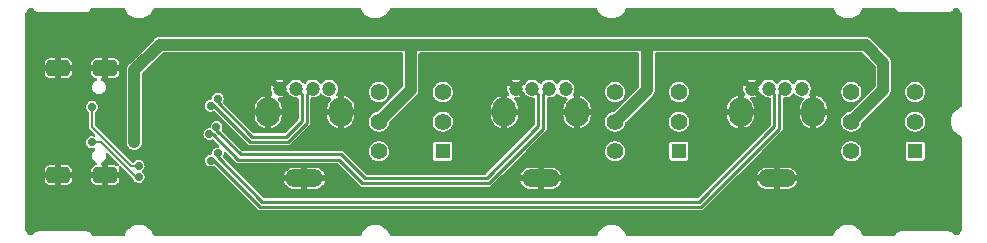
<source format=gbr>
%TF.GenerationSoftware,KiCad,Pcbnew,6.0.7+dfsg-1~bpo11+1*%
%TF.CreationDate,2022-10-14T07:47:58+00:00*%
%TF.ProjectId,0104-USB-HUB,30313034-2d55-4534-922d-4855422e6b69,V1.0*%
%TF.SameCoordinates,Original*%
%TF.FileFunction,Copper,L2,Bot*%
%TF.FilePolarity,Positive*%
%FSLAX46Y46*%
G04 Gerber Fmt 4.6, Leading zero omitted, Abs format (unit mm)*
G04 Created by KiCad (PCBNEW 6.0.7+dfsg-1~bpo11+1) date 2022-10-14 07:47:58*
%MOMM*%
%LPD*%
G01*
G04 APERTURE LIST*
G04 Aperture macros list*
%AMRoundRect*
0 Rectangle with rounded corners*
0 $1 Rounding radius*
0 $2 $3 $4 $5 $6 $7 $8 $9 X,Y pos of 4 corners*
0 Add a 4 corners polygon primitive as box body*
4,1,4,$2,$3,$4,$5,$6,$7,$8,$9,$2,$3,0*
0 Add four circle primitives for the rounded corners*
1,1,$1+$1,$2,$3*
1,1,$1+$1,$4,$5*
1,1,$1+$1,$6,$7*
1,1,$1+$1,$8,$9*
0 Add four rect primitives between the rounded corners*
20,1,$1+$1,$2,$3,$4,$5,0*
20,1,$1+$1,$4,$5,$6,$7,0*
20,1,$1+$1,$6,$7,$8,$9,0*
20,1,$1+$1,$8,$9,$2,$3,0*%
G04 Aperture macros list end*
%TA.AperFunction,ComponentPad*%
%ADD10R,1.300000X1.300000*%
%TD*%
%TA.AperFunction,ComponentPad*%
%ADD11C,1.400000*%
%TD*%
%TA.AperFunction,ComponentPad*%
%ADD12C,1.200000*%
%TD*%
%TA.AperFunction,ComponentPad*%
%ADD13O,2.000000X2.500000*%
%TD*%
%TA.AperFunction,ComponentPad*%
%ADD14O,3.200000X1.500000*%
%TD*%
%TA.AperFunction,ComponentPad*%
%ADD15RoundRect,0.350000X-0.700000X0.350000X-0.700000X-0.350000X0.700000X-0.350000X0.700000X0.350000X0*%
%TD*%
%TA.AperFunction,ComponentPad*%
%ADD16RoundRect,0.350000X-0.650000X0.350000X-0.650000X-0.350000X0.650000X-0.350000X0.650000X0.350000X0*%
%TD*%
%TA.AperFunction,ViaPad*%
%ADD17C,0.500000*%
%TD*%
%TA.AperFunction,ViaPad*%
%ADD18C,1.000000*%
%TD*%
%TA.AperFunction,ViaPad*%
%ADD19C,0.700000*%
%TD*%
%TA.AperFunction,Conductor*%
%ADD20C,1.000000*%
%TD*%
%TA.AperFunction,Conductor*%
%ADD21C,0.200000*%
%TD*%
%TA.AperFunction,Conductor*%
%ADD22C,0.280000*%
%TD*%
G04 APERTURE END LIST*
D10*
%TO.P,SW2,1,A*%
%TO.N,unconnected-(SW2-Pad1)*%
X55500000Y15000000D03*
D11*
%TO.P,SW2,2,B*%
%TO.N,unconnected-(SW2-Pad2)*%
X55500000Y17500000D03*
%TO.P,SW2,3,C*%
%TO.N,unconnected-(SW2-Pad3)*%
X55500000Y20000000D03*
%TO.P,SW2,4,A*%
%TO.N,unconnected-(SW2-Pad4)*%
X50100000Y15000000D03*
%TO.P,SW2,5,B*%
%TO.N,VBUS*%
X50100000Y17500000D03*
%TO.P,SW2,6,C*%
%TO.N,Net-(F2-Pad1)*%
X50100000Y20000000D03*
%TD*%
D10*
%TO.P,SW1,1,A*%
%TO.N,unconnected-(SW1-Pad1)*%
X35500000Y15000000D03*
D11*
%TO.P,SW1,2,B*%
%TO.N,unconnected-(SW1-Pad2)*%
X35500000Y17500000D03*
%TO.P,SW1,3,C*%
%TO.N,unconnected-(SW1-Pad3)*%
X35500000Y20000000D03*
%TO.P,SW1,4,A*%
%TO.N,unconnected-(SW1-Pad4)*%
X30100000Y15000000D03*
%TO.P,SW1,5,B*%
%TO.N,VBUS*%
X30100000Y17500000D03*
%TO.P,SW1,6,C*%
%TO.N,Net-(F1-Pad2)*%
X30100000Y20000000D03*
%TD*%
D12*
%TO.P,J2,1,VBUS*%
%TO.N,Net-(C4-Pad1)*%
X25900000Y20300000D03*
%TO.P,J2,2,D-*%
%TO.N,/DS1_D-*%
X24500000Y20300000D03*
%TO.P,J2,3,D+*%
%TO.N,/DS1_D+*%
X23100000Y20300000D03*
%TO.P,J2,4,GND*%
%TO.N,GND*%
X21700000Y20300000D03*
D13*
%TO.P,J2,5,Shield*%
X20720000Y18300000D03*
D14*
X23800000Y12700000D03*
D13*
X26880000Y18300000D03*
%TD*%
D12*
%TO.P,J3,1,VBUS*%
%TO.N,Net-(F2-Pad2)*%
X45900000Y20300000D03*
%TO.P,J3,2,D-*%
%TO.N,/DS2_D-*%
X44500000Y20300000D03*
%TO.P,J3,3,D+*%
%TO.N,/DS2_D+*%
X43100000Y20300000D03*
%TO.P,J3,4,GND*%
%TO.N,GND*%
X41700000Y20300000D03*
D13*
%TO.P,J3,5,Shield*%
X46880000Y18300000D03*
D14*
X43800000Y12700000D03*
D13*
X40720000Y18300000D03*
%TD*%
D15*
%TO.P,J1,S1,SHIELD*%
%TO.N,GND*%
X6930000Y12975000D03*
D16*
X2950000Y22025000D03*
D15*
X6930000Y22025000D03*
D16*
X2950000Y12975000D03*
%TD*%
D10*
%TO.P,SW3,1,A*%
%TO.N,unconnected-(SW3-Pad1)*%
X75500000Y15000000D03*
D11*
%TO.P,SW3,2,B*%
%TO.N,unconnected-(SW3-Pad2)*%
X75500000Y17500000D03*
%TO.P,SW3,3,C*%
%TO.N,unconnected-(SW3-Pad3)*%
X75500000Y20000000D03*
%TO.P,SW3,4,A*%
%TO.N,unconnected-(SW3-Pad4)*%
X70100000Y15000000D03*
%TO.P,SW3,5,B*%
%TO.N,VBUS*%
X70100000Y17500000D03*
%TO.P,SW3,6,C*%
%TO.N,Net-(F3-Pad1)*%
X70100000Y20000000D03*
%TD*%
D12*
%TO.P,J4,1,VBUS*%
%TO.N,Net-(C6-Pad1)*%
X65900000Y20300000D03*
%TO.P,J4,2,D-*%
%TO.N,/DS3_D-*%
X64500000Y20300000D03*
%TO.P,J4,3,D+*%
%TO.N,/DS3_D+*%
X63100000Y20300000D03*
%TO.P,J4,4,GND*%
%TO.N,GND*%
X61700000Y20300000D03*
D14*
%TO.P,J4,5,Shield*%
X63800000Y12700000D03*
D13*
X60720000Y18300000D03*
X66880000Y18300000D03*
%TD*%
D17*
%TO.N,GND*%
X52300000Y9500000D03*
X27300000Y11500000D03*
X57300000Y23000000D03*
X22000000Y25000000D03*
X11900000Y20000000D03*
X12500000Y22900000D03*
X64800000Y26750000D03*
X39800000Y14500000D03*
X39800000Y8250000D03*
X44800000Y26750000D03*
X37300000Y11500000D03*
X34800000Y11500000D03*
X58550000Y13250000D03*
X74800000Y12750000D03*
X61300000Y13000000D03*
X28800000Y11500000D03*
X66300000Y26750000D03*
X41300000Y13000000D03*
X23550000Y15500000D03*
X79050000Y10000000D03*
X46300000Y26750000D03*
X34800000Y13500000D03*
X42300000Y8250000D03*
X20550000Y11500000D03*
X22300000Y26750000D03*
X54800000Y11500000D03*
X34800000Y23000000D03*
X27300000Y15500000D03*
X74800000Y11750000D03*
X62300000Y8250000D03*
X47300000Y8250000D03*
X22300000Y8250000D03*
X10500000Y14600000D03*
X49800000Y9500000D03*
X56800000Y11500000D03*
X67300000Y8250000D03*
X62300000Y17000000D03*
X15050000Y17750000D03*
X24800000Y9500000D03*
X69800000Y25000000D03*
X47300000Y26750000D03*
X12300000Y25000000D03*
X59800000Y14500000D03*
X27300000Y26750000D03*
X59800000Y25000000D03*
X64800000Y25000000D03*
X42550000Y14250000D03*
X42300000Y26750000D03*
X42300000Y9500000D03*
X39800000Y9500000D03*
X67300000Y26750000D03*
X550000Y17500000D03*
X52300000Y26750000D03*
X39800000Y25000000D03*
X58800000Y10500000D03*
X44800000Y25000000D03*
X19800000Y9500000D03*
X79050000Y12500000D03*
X34800000Y25000000D03*
X37300000Y13500000D03*
X42000000Y25000000D03*
X57300000Y8250000D03*
X37300000Y23000000D03*
X15050000Y15500000D03*
X13300000Y22900000D03*
X42300000Y17000000D03*
X24800000Y8250000D03*
X57300000Y26750000D03*
X550000Y22500000D03*
X22300000Y9500000D03*
X17300000Y26750000D03*
X16550000Y21250000D03*
X54800000Y12500000D03*
X62000000Y25000000D03*
X52300000Y25000000D03*
X63800000Y15500000D03*
X550000Y25000000D03*
X37300000Y8250000D03*
X79050000Y15000000D03*
X550000Y15000000D03*
X54800000Y23000000D03*
X26300000Y26750000D03*
X59800000Y23000000D03*
X17300000Y8250000D03*
X27300000Y8250000D03*
X9500000Y14600000D03*
X29050000Y13750000D03*
X61050000Y15750000D03*
X19800000Y23000000D03*
X32300000Y8250000D03*
X39800000Y26750000D03*
X79050000Y22500000D03*
X22800000Y18500000D03*
X79050000Y20000000D03*
X43400000Y25000000D03*
X23400000Y25000000D03*
X47300000Y9500000D03*
X54800000Y9500000D03*
X37300000Y9500000D03*
X19800000Y8250000D03*
X44800000Y8250000D03*
X550000Y20000000D03*
X24800000Y25000000D03*
X13300000Y10750000D03*
X54800000Y26750000D03*
X57300000Y9500000D03*
X44800000Y9500000D03*
X47300000Y11500000D03*
X43800000Y15500000D03*
X27300000Y9500000D03*
X63400000Y25000000D03*
X48800000Y11500000D03*
X12300000Y26750000D03*
X29800000Y25000000D03*
X32300000Y26750000D03*
X41050000Y15750000D03*
X39800000Y11500000D03*
X59800000Y26750000D03*
X57300000Y25000000D03*
X32300000Y13500000D03*
X550000Y12500000D03*
X550000Y10000000D03*
X19800000Y25000000D03*
X54800000Y8250000D03*
X59800000Y8250000D03*
X17800000Y25750000D03*
X7300000Y8250000D03*
X72300000Y26750000D03*
X7300000Y26750000D03*
X79050000Y25000000D03*
X14800000Y26750000D03*
X54800000Y25000000D03*
X13300000Y9750000D03*
X49800000Y25000000D03*
X26300000Y13250000D03*
X52300000Y8250000D03*
X10900000Y21600000D03*
X18300000Y10000000D03*
X32300000Y9500000D03*
X16800000Y25750000D03*
X34800000Y8250000D03*
X32300000Y25000000D03*
X39800000Y23000000D03*
X12300000Y8250000D03*
X29800000Y9500000D03*
X19800000Y26750000D03*
X13300000Y8750000D03*
X20550000Y13500000D03*
X72300000Y25000000D03*
X34800000Y26750000D03*
X14800000Y8250000D03*
X72300000Y8250000D03*
X37300000Y26750000D03*
X62550000Y14250000D03*
X13300000Y11750000D03*
X60050000Y11750000D03*
X18300000Y9000000D03*
X62300000Y26750000D03*
X37300000Y25000000D03*
X24800000Y26750000D03*
X34800000Y9500000D03*
X11500000Y14600000D03*
X18300000Y11000000D03*
X64800000Y8250000D03*
D18*
%TO.N,VBUS*%
X13050000Y24000000D03*
X9400000Y15750000D03*
X9400000Y20550000D03*
D19*
%TO.N,Net-(J1-PadA5)*%
X5800000Y18750000D03*
X9750000Y13750000D03*
%TO.N,Net-(J1-PadB5)*%
X9750000Y12800000D03*
X5800000Y15750000D03*
%TO.N,/DS1_D-*%
X15849479Y18849479D03*
%TO.N,/DS1_D+*%
X16450521Y19450521D03*
%TO.N,/DS2_D-*%
X15749479Y16449479D03*
%TO.N,/DS2_D+*%
X16350521Y17050521D03*
%TO.N,/DS3_D-*%
X15849479Y14199479D03*
%TO.N,/DS3_D+*%
X16450521Y14800521D03*
%TD*%
D20*
%TO.N,VBUS*%
X12550000Y24000000D02*
X32800000Y24000000D01*
X9400000Y20550000D02*
X9400000Y21875000D01*
X30100000Y17500000D02*
X32800000Y20200000D01*
X52800000Y24000000D02*
X71300000Y24000000D01*
X52800000Y20200000D02*
X52800000Y24000000D01*
X72800000Y22500000D02*
X72800000Y20200000D01*
X72800000Y20200000D02*
X70100000Y17500000D01*
X11525000Y24000000D02*
X12550000Y24000000D01*
X32800000Y24000000D02*
X52800000Y24000000D01*
X32800000Y20200000D02*
X32800000Y24000000D01*
X9400000Y20550000D02*
X9400000Y15750000D01*
X71300000Y24000000D02*
X72800000Y22500000D01*
X50100000Y17500000D02*
X52800000Y20200000D01*
X11525000Y24000000D02*
X9400000Y21875000D01*
D21*
%TO.N,Net-(J1-PadA5)*%
X9750000Y13750000D02*
X9089339Y13750000D01*
X9089339Y13750000D02*
X5800000Y17039339D01*
X5800000Y18750000D02*
X5800000Y17039339D01*
%TO.N,Net-(J1-PadB5)*%
X9750000Y12800000D02*
X9544365Y12800000D01*
X9544365Y12800000D02*
X6594365Y15750000D01*
X6594365Y15750000D02*
X5800000Y15750000D01*
D22*
%TO.N,/DS1_D-*%
X22389056Y15785000D02*
X24015000Y17410944D01*
X15849479Y18849479D02*
X16146465Y18849479D01*
X19210944Y15785000D02*
X22389056Y15785000D01*
X24015000Y19815000D02*
X24500000Y20300000D01*
X16146465Y18849479D02*
X19210944Y15785000D01*
X24015000Y17410944D02*
X24015000Y19815000D01*
%TO.N,/DS1_D+*%
X23585000Y17589056D02*
X23585000Y19815000D01*
X16450521Y19450521D02*
X16450521Y19153535D01*
X16450521Y19153535D02*
X19389056Y16215000D01*
X19389056Y16215000D02*
X22210944Y16215000D01*
X22210944Y16215000D02*
X23585000Y17589056D01*
X23585000Y19815000D02*
X23100000Y20300000D01*
%TO.N,/DS2_D-*%
X26710944Y14285000D02*
X28710944Y12285000D01*
X18210944Y14285000D02*
X26710944Y14285000D01*
X15749479Y16449479D02*
X16046465Y16449479D01*
X16046465Y16449479D02*
X18210944Y14285000D01*
X39389056Y12285000D02*
X44015000Y16910944D01*
X44015000Y16910944D02*
X44015000Y19815000D01*
X28710944Y12285000D02*
X39389056Y12285000D01*
X44015000Y19815000D02*
X44500000Y20300000D01*
%TO.N,/DS2_D+*%
X43585000Y17089056D02*
X43585000Y19815000D01*
X43585000Y19815000D02*
X43100000Y20300000D01*
X26889056Y14715000D02*
X28889056Y12715000D01*
X28889056Y12715000D02*
X39210944Y12715000D01*
X39210944Y12715000D02*
X43585000Y17089056D01*
X18389056Y14715000D02*
X26889056Y14715000D01*
X16350521Y16753535D02*
X18389056Y14715000D01*
X16350521Y17050521D02*
X16350521Y16753535D01*
%TO.N,/DS3_D-*%
X64015000Y16910944D02*
X64015000Y19815000D01*
X20060944Y10285000D02*
X57389056Y10285000D01*
X64015000Y19815000D02*
X64500000Y20300000D01*
X15849479Y14199479D02*
X16146465Y14199479D01*
X57389056Y10285000D02*
X64015000Y16910944D01*
X16146465Y14199479D02*
X20060944Y10285000D01*
%TO.N,/DS3_D+*%
X63585000Y17089056D02*
X63585000Y19815000D01*
X63585000Y19815000D02*
X63100000Y20300000D01*
X20239056Y10715000D02*
X57210944Y10715000D01*
X16450521Y14800521D02*
X16450521Y14503535D01*
X16450521Y14503535D02*
X20239056Y10715000D01*
X57210944Y10715000D02*
X63585000Y17089056D01*
%TD*%
%TA.AperFunction,Conductor*%
%TO.N,GND*%
G36*
X8553332Y27129498D02*
G01*
X8599825Y27075842D01*
X8601115Y27072667D01*
X8601476Y27071320D01*
X8687324Y26881795D01*
X8690190Y26877505D01*
X8789236Y26729242D01*
X8802901Y26708786D01*
X8945119Y26556918D01*
X9110178Y26430247D01*
X9293668Y26332159D01*
X9298543Y26330504D01*
X9298548Y26330502D01*
X9485793Y26266934D01*
X9490686Y26265273D01*
X9695969Y26231377D01*
X9904031Y26231377D01*
X10109314Y26265273D01*
X10114207Y26266934D01*
X10301452Y26330502D01*
X10301457Y26330504D01*
X10306332Y26332159D01*
X10489822Y26430247D01*
X10654881Y26556918D01*
X10797099Y26708786D01*
X10810765Y26729242D01*
X10909810Y26877505D01*
X10912676Y26881795D01*
X10963341Y26993646D01*
X10998524Y27071320D01*
X10999686Y27070793D01*
X11037922Y27123337D01*
X11104100Y27149046D01*
X11114789Y27149500D01*
X28485212Y27149500D01*
X28553333Y27129498D01*
X28599826Y27075842D01*
X28601120Y27072658D01*
X28601478Y27071321D01*
X28603277Y27067350D01*
X28676835Y26904957D01*
X28687326Y26881795D01*
X28802903Y26708788D01*
X28806431Y26705021D01*
X28806435Y26705016D01*
X28876291Y26630420D01*
X28945121Y26556920D01*
X29110180Y26430249D01*
X29293669Y26332161D01*
X29298546Y26330505D01*
X29298549Y26330504D01*
X29485803Y26266934D01*
X29485807Y26266933D01*
X29490688Y26265276D01*
X29695970Y26231380D01*
X29904032Y26231380D01*
X30109314Y26265276D01*
X30114195Y26266933D01*
X30114199Y26266934D01*
X30301452Y26330504D01*
X30301455Y26330505D01*
X30306332Y26332161D01*
X30489822Y26430249D01*
X30654881Y26556920D01*
X30658407Y26560685D01*
X30793573Y26705021D01*
X30793577Y26705026D01*
X30797099Y26708787D01*
X30912676Y26881795D01*
X30923168Y26904957D01*
X30998524Y27071321D01*
X30999684Y27070796D01*
X31037938Y27123349D01*
X31104120Y27149047D01*
X31114790Y27149500D01*
X48485211Y27149500D01*
X48553332Y27129498D01*
X48599825Y27075842D01*
X48601115Y27072667D01*
X48601476Y27071320D01*
X48687324Y26881795D01*
X48690190Y26877505D01*
X48789236Y26729242D01*
X48802901Y26708786D01*
X48945119Y26556918D01*
X49110178Y26430247D01*
X49293668Y26332159D01*
X49298543Y26330504D01*
X49298548Y26330502D01*
X49485793Y26266934D01*
X49490686Y26265273D01*
X49695969Y26231377D01*
X49904031Y26231377D01*
X50109314Y26265273D01*
X50114207Y26266934D01*
X50301452Y26330502D01*
X50301457Y26330504D01*
X50306332Y26332159D01*
X50489822Y26430247D01*
X50654881Y26556918D01*
X50797099Y26708786D01*
X50810765Y26729242D01*
X50909810Y26877505D01*
X50912676Y26881795D01*
X50963341Y26993646D01*
X50998524Y27071320D01*
X50999686Y27070793D01*
X51037922Y27123337D01*
X51104100Y27149046D01*
X51114789Y27149500D01*
X68485211Y27149500D01*
X68553332Y27129498D01*
X68599825Y27075842D01*
X68601115Y27072667D01*
X68601476Y27071320D01*
X68687324Y26881795D01*
X68690190Y26877505D01*
X68789236Y26729242D01*
X68802901Y26708786D01*
X68945119Y26556918D01*
X69110178Y26430247D01*
X69293668Y26332159D01*
X69298543Y26330504D01*
X69298548Y26330502D01*
X69485793Y26266934D01*
X69490686Y26265273D01*
X69695969Y26231377D01*
X69904031Y26231377D01*
X70109314Y26265273D01*
X70114207Y26266934D01*
X70301452Y26330502D01*
X70301457Y26330504D01*
X70306332Y26332159D01*
X70489822Y26430247D01*
X70654881Y26556918D01*
X70797099Y26708786D01*
X70810765Y26729242D01*
X70909810Y26877505D01*
X70912676Y26881795D01*
X70963341Y26993646D01*
X70998524Y27071320D01*
X70999686Y27070793D01*
X71037922Y27123337D01*
X71104100Y27149046D01*
X71114789Y27149500D01*
X73730879Y27149500D01*
X73799000Y27129498D01*
X73835703Y27086810D01*
X73838428Y27088529D01*
X73914930Y26967280D01*
X74022388Y26872377D01*
X74152163Y26811447D01*
X74261009Y26794500D01*
X74335940Y26794500D01*
X74365456Y26798727D01*
X74383318Y26800000D01*
X75215934Y26800000D01*
X75235318Y26798500D01*
X75261009Y26794500D01*
X75335940Y26794500D01*
X75365456Y26798727D01*
X75383318Y26800000D01*
X76215934Y26800000D01*
X76235318Y26798500D01*
X76261009Y26794500D01*
X76335940Y26794500D01*
X76365456Y26798727D01*
X76383318Y26800000D01*
X77215934Y26800000D01*
X77235318Y26798500D01*
X77261009Y26794500D01*
X77335940Y26794500D01*
X77365456Y26798727D01*
X77383318Y26800000D01*
X78215934Y26800000D01*
X78235318Y26798500D01*
X78261009Y26794500D01*
X78335940Y26794500D01*
X78377339Y26800429D01*
X78433032Y26808404D01*
X78433035Y26808405D01*
X78441918Y26809677D01*
X78572428Y26869016D01*
X78600192Y26892939D01*
X78674237Y26956740D01*
X78674240Y26956743D01*
X78681037Y26962600D01*
X78759015Y27082905D01*
X78761990Y27080977D01*
X78797533Y27121644D01*
X78865739Y27141355D01*
X78879309Y27140564D01*
X78930421Y27134805D01*
X78957928Y27128526D01*
X79068407Y27089868D01*
X79093820Y27077631D01*
X79192943Y27015349D01*
X79214998Y26997759D01*
X79297759Y26914998D01*
X79315349Y26892943D01*
X79377631Y26793820D01*
X79389868Y26768407D01*
X79428526Y26657928D01*
X79434805Y26630420D01*
X79447692Y26516043D01*
X79447830Y26513583D01*
X79444191Y26500000D01*
X79448484Y26483978D01*
X79448484Y26471315D01*
X79449500Y26463598D01*
X79449500Y18814789D01*
X79429498Y18746668D01*
X79375842Y18700175D01*
X79372667Y18698885D01*
X79371320Y18698524D01*
X79238112Y18638186D01*
X79204424Y18622926D01*
X79181795Y18612676D01*
X79177505Y18609810D01*
X79013074Y18499964D01*
X79013070Y18499961D01*
X79008786Y18497099D01*
X78952398Y18444294D01*
X78870510Y18367609D01*
X78856918Y18354881D01*
X78730247Y18189822D01*
X78632159Y18006332D01*
X78630503Y18001455D01*
X78630502Y18001452D01*
X78577485Y17845285D01*
X78565273Y17809314D01*
X78531377Y17604031D01*
X78531377Y17395969D01*
X78565273Y17190686D01*
X78566931Y17185803D01*
X78566931Y17185802D01*
X78615402Y17043028D01*
X78632159Y16993668D01*
X78730247Y16810178D01*
X78856918Y16645119D01*
X79008786Y16502901D01*
X79013070Y16500039D01*
X79013074Y16500036D01*
X79084217Y16452510D01*
X79181795Y16387324D01*
X79186495Y16385195D01*
X79186497Y16385194D01*
X79371320Y16301476D01*
X79370793Y16300314D01*
X79423337Y16262078D01*
X79449046Y16195900D01*
X79449500Y16185211D01*
X79449500Y8536402D01*
X79448484Y8528685D01*
X79448484Y8516022D01*
X79444191Y8500000D01*
X79447830Y8486417D01*
X79447692Y8483957D01*
X79434805Y8369580D01*
X79428526Y8342072D01*
X79389868Y8231593D01*
X79377631Y8206180D01*
X79315349Y8107057D01*
X79297759Y8085002D01*
X79214998Y8002241D01*
X79192943Y7984651D01*
X79093820Y7922369D01*
X79068407Y7910132D01*
X78957928Y7871474D01*
X78930422Y7865195D01*
X78917798Y7863772D01*
X78878548Y7859350D01*
X78808618Y7871599D01*
X78757881Y7917322D01*
X78685070Y8032720D01*
X78577612Y8127623D01*
X78447837Y8188553D01*
X78338991Y8205500D01*
X78264060Y8205500D01*
X78236129Y8201500D01*
X78234544Y8201273D01*
X78216682Y8200000D01*
X77384066Y8200000D01*
X77364682Y8201500D01*
X77343795Y8204752D01*
X77338991Y8205500D01*
X77264060Y8205500D01*
X77236129Y8201500D01*
X77234544Y8201273D01*
X77216682Y8200000D01*
X76384066Y8200000D01*
X76364682Y8201500D01*
X76343795Y8204752D01*
X76338991Y8205500D01*
X76264060Y8205500D01*
X76236129Y8201500D01*
X76234544Y8201273D01*
X76216682Y8200000D01*
X75384066Y8200000D01*
X75364682Y8201500D01*
X75343795Y8204752D01*
X75338991Y8205500D01*
X75264060Y8205500D01*
X75236129Y8201500D01*
X75234544Y8201273D01*
X75216682Y8200000D01*
X74384066Y8200000D01*
X74364682Y8201500D01*
X74343795Y8204752D01*
X74338991Y8205500D01*
X74264060Y8205500D01*
X74234544Y8201273D01*
X74166968Y8191596D01*
X74166965Y8191595D01*
X74158082Y8190323D01*
X74027572Y8130984D01*
X74020768Y8125122D01*
X74020769Y8125122D01*
X73925763Y8043260D01*
X73925760Y8043257D01*
X73918963Y8037400D01*
X73840985Y7917095D01*
X73840155Y7917633D01*
X73798688Y7870202D01*
X73731036Y7850500D01*
X71114789Y7850500D01*
X71046668Y7870502D01*
X71000175Y7924158D01*
X70998885Y7927333D01*
X70998524Y7928680D01*
X70912676Y8118205D01*
X70888477Y8154429D01*
X70799964Y8286926D01*
X70799961Y8286930D01*
X70797099Y8291214D01*
X70654881Y8443082D01*
X70489822Y8569753D01*
X70306332Y8667841D01*
X70301455Y8669497D01*
X70301452Y8669498D01*
X70114198Y8733069D01*
X70114197Y8733069D01*
X70109314Y8734727D01*
X69904031Y8768623D01*
X69695969Y8768623D01*
X69490686Y8734727D01*
X69485803Y8733069D01*
X69485802Y8733069D01*
X69298548Y8669498D01*
X69298545Y8669497D01*
X69293668Y8667841D01*
X69110178Y8569753D01*
X68945119Y8443082D01*
X68802901Y8291214D01*
X68800039Y8286930D01*
X68800036Y8286926D01*
X68711523Y8154429D01*
X68687324Y8118205D01*
X68685195Y8113505D01*
X68685194Y8113503D01*
X68634796Y8002241D01*
X68601476Y7928680D01*
X68600314Y7929207D01*
X68562078Y7876663D01*
X68495900Y7850954D01*
X68485211Y7850500D01*
X51114789Y7850500D01*
X51046668Y7870502D01*
X51000175Y7924158D01*
X50998885Y7927333D01*
X50998524Y7928680D01*
X50912676Y8118205D01*
X50888477Y8154429D01*
X50799964Y8286926D01*
X50799961Y8286930D01*
X50797099Y8291214D01*
X50654881Y8443082D01*
X50489822Y8569753D01*
X50306332Y8667841D01*
X50301455Y8669497D01*
X50301452Y8669498D01*
X50114198Y8733069D01*
X50114197Y8733069D01*
X50109314Y8734727D01*
X49904031Y8768623D01*
X49695969Y8768623D01*
X49490686Y8734727D01*
X49485803Y8733069D01*
X49485802Y8733069D01*
X49298548Y8669498D01*
X49298545Y8669497D01*
X49293668Y8667841D01*
X49110178Y8569753D01*
X48945119Y8443082D01*
X48802901Y8291214D01*
X48800039Y8286930D01*
X48800036Y8286926D01*
X48711523Y8154429D01*
X48687324Y8118205D01*
X48685195Y8113505D01*
X48685194Y8113503D01*
X48634796Y8002241D01*
X48601476Y7928680D01*
X48600314Y7929207D01*
X48562078Y7876663D01*
X48495900Y7850954D01*
X48485211Y7850500D01*
X31114789Y7850500D01*
X31046668Y7870502D01*
X31000175Y7924158D01*
X30998885Y7927333D01*
X30998524Y7928680D01*
X30912676Y8118205D01*
X30888477Y8154429D01*
X30799964Y8286926D01*
X30799961Y8286930D01*
X30797099Y8291214D01*
X30654881Y8443082D01*
X30489822Y8569753D01*
X30306332Y8667841D01*
X30301455Y8669497D01*
X30301452Y8669498D01*
X30114198Y8733069D01*
X30114197Y8733069D01*
X30109314Y8734727D01*
X29904031Y8768623D01*
X29695969Y8768623D01*
X29490686Y8734727D01*
X29485803Y8733069D01*
X29485802Y8733069D01*
X29298548Y8669498D01*
X29298545Y8669497D01*
X29293668Y8667841D01*
X29110178Y8569753D01*
X28945119Y8443082D01*
X28802901Y8291214D01*
X28800039Y8286930D01*
X28800036Y8286926D01*
X28711523Y8154429D01*
X28687324Y8118205D01*
X28685195Y8113505D01*
X28685194Y8113503D01*
X28634796Y8002241D01*
X28601476Y7928680D01*
X28600314Y7929207D01*
X28562078Y7876663D01*
X28495900Y7850954D01*
X28485211Y7850500D01*
X11114789Y7850500D01*
X11046668Y7870502D01*
X11000175Y7924158D01*
X10998885Y7927333D01*
X10998524Y7928680D01*
X10912676Y8118205D01*
X10888477Y8154429D01*
X10799964Y8286926D01*
X10799961Y8286930D01*
X10797099Y8291214D01*
X10654881Y8443082D01*
X10489822Y8569753D01*
X10306332Y8667841D01*
X10301455Y8669497D01*
X10301452Y8669498D01*
X10114198Y8733069D01*
X10114197Y8733069D01*
X10109314Y8734727D01*
X9904031Y8768623D01*
X9695969Y8768623D01*
X9490686Y8734727D01*
X9485803Y8733069D01*
X9485802Y8733069D01*
X9298548Y8669498D01*
X9298545Y8669497D01*
X9293668Y8667841D01*
X9110178Y8569753D01*
X8945119Y8443082D01*
X8802901Y8291214D01*
X8800039Y8286930D01*
X8800036Y8286926D01*
X8711523Y8154429D01*
X8687324Y8118205D01*
X8685195Y8113505D01*
X8685194Y8113503D01*
X8634796Y8002241D01*
X8601476Y7928680D01*
X8600314Y7929207D01*
X8562078Y7876663D01*
X8495900Y7850954D01*
X8485211Y7850500D01*
X5869121Y7850500D01*
X5801000Y7870502D01*
X5764297Y7913190D01*
X5761572Y7911471D01*
X5704301Y8002241D01*
X5685070Y8032720D01*
X5577612Y8127623D01*
X5447837Y8188553D01*
X5338991Y8205500D01*
X5264060Y8205500D01*
X5236129Y8201500D01*
X5234544Y8201273D01*
X5216682Y8200000D01*
X4384066Y8200000D01*
X4364682Y8201500D01*
X4343795Y8204752D01*
X4338991Y8205500D01*
X4264060Y8205500D01*
X4236129Y8201500D01*
X4234544Y8201273D01*
X4216682Y8200000D01*
X3384066Y8200000D01*
X3364682Y8201500D01*
X3343795Y8204752D01*
X3338991Y8205500D01*
X3264060Y8205500D01*
X3236129Y8201500D01*
X3234544Y8201273D01*
X3216682Y8200000D01*
X2384066Y8200000D01*
X2364682Y8201500D01*
X2343795Y8204752D01*
X2338991Y8205500D01*
X2264060Y8205500D01*
X2236129Y8201500D01*
X2234544Y8201273D01*
X2216682Y8200000D01*
X1384066Y8200000D01*
X1364682Y8201500D01*
X1343795Y8204752D01*
X1338991Y8205500D01*
X1264060Y8205500D01*
X1234544Y8201273D01*
X1166968Y8191596D01*
X1166965Y8191595D01*
X1158082Y8190323D01*
X1027572Y8130984D01*
X1020768Y8125122D01*
X1020769Y8125122D01*
X925763Y8043260D01*
X925760Y8043257D01*
X918963Y8037400D01*
X840985Y7917095D01*
X838010Y7919023D01*
X802467Y7878356D01*
X734261Y7858645D01*
X720691Y7859436D01*
X669579Y7865195D01*
X642072Y7871474D01*
X531593Y7910132D01*
X506180Y7922369D01*
X407057Y7984651D01*
X385002Y8002241D01*
X302241Y8085002D01*
X284651Y8107057D01*
X222369Y8206180D01*
X210132Y8231593D01*
X171474Y8342072D01*
X165195Y8369580D01*
X152308Y8483957D01*
X152170Y8486417D01*
X155809Y8500000D01*
X151516Y8516022D01*
X151516Y8528685D01*
X150500Y8536402D01*
X150500Y12581085D01*
X1800000Y12581085D01*
X1800369Y12574271D01*
X1805789Y12524379D01*
X1809414Y12509133D01*
X1853767Y12390823D01*
X1862299Y12375237D01*
X1937430Y12274991D01*
X1949991Y12262430D01*
X2050237Y12187299D01*
X2065823Y12178767D01*
X2184133Y12134414D01*
X2199379Y12130789D01*
X2249271Y12125369D01*
X2256085Y12125000D01*
X2677885Y12125000D01*
X2693124Y12129475D01*
X2694329Y12130865D01*
X2696000Y12138548D01*
X2696000Y12143115D01*
X3204000Y12143115D01*
X3208475Y12127876D01*
X3209865Y12126671D01*
X3217548Y12125000D01*
X3643915Y12125000D01*
X3650729Y12125369D01*
X3700621Y12130789D01*
X3715867Y12134414D01*
X3834177Y12178767D01*
X3849763Y12187299D01*
X3950009Y12262430D01*
X3962570Y12274991D01*
X4037701Y12375237D01*
X4046233Y12390823D01*
X4090586Y12509133D01*
X4094211Y12524379D01*
X4099631Y12574271D01*
X4100000Y12581085D01*
X5730000Y12581085D01*
X5730369Y12574271D01*
X5735789Y12524379D01*
X5739414Y12509133D01*
X5783767Y12390823D01*
X5792299Y12375237D01*
X5867430Y12274991D01*
X5879991Y12262430D01*
X5980237Y12187299D01*
X5995823Y12178767D01*
X6114133Y12134414D01*
X6129379Y12130789D01*
X6179271Y12125369D01*
X6186085Y12125000D01*
X6657885Y12125000D01*
X6673124Y12129475D01*
X6674329Y12130865D01*
X6676000Y12138548D01*
X6676000Y12143115D01*
X7184000Y12143115D01*
X7188475Y12127876D01*
X7189865Y12126671D01*
X7197548Y12125000D01*
X7673915Y12125000D01*
X7680729Y12125369D01*
X7730621Y12130789D01*
X7745867Y12134414D01*
X7864177Y12178767D01*
X7879763Y12187299D01*
X7980009Y12262430D01*
X7992570Y12274991D01*
X8067701Y12375237D01*
X8076233Y12390823D01*
X8120586Y12509133D01*
X8124211Y12524379D01*
X8129631Y12574271D01*
X8130000Y12581085D01*
X8130000Y12702885D01*
X8125525Y12718124D01*
X8124135Y12719329D01*
X8116452Y12721000D01*
X7202115Y12721000D01*
X7186876Y12716525D01*
X7185671Y12715135D01*
X7184000Y12707452D01*
X7184000Y12143115D01*
X6676000Y12143115D01*
X6676000Y12702885D01*
X6671525Y12718124D01*
X6670135Y12719329D01*
X6662452Y12721000D01*
X5748115Y12721000D01*
X5732876Y12716525D01*
X5731671Y12715135D01*
X5730000Y12707452D01*
X5730000Y12581085D01*
X4100000Y12581085D01*
X4100000Y12702885D01*
X4095525Y12718124D01*
X4094135Y12719329D01*
X4086452Y12721000D01*
X3222115Y12721000D01*
X3206876Y12716525D01*
X3205671Y12715135D01*
X3204000Y12707452D01*
X3204000Y12143115D01*
X2696000Y12143115D01*
X2696000Y12702885D01*
X2691525Y12718124D01*
X2690135Y12719329D01*
X2682452Y12721000D01*
X1818115Y12721000D01*
X1802876Y12716525D01*
X1801671Y12715135D01*
X1800000Y12707452D01*
X1800000Y12581085D01*
X150500Y12581085D01*
X150500Y13247115D01*
X1800000Y13247115D01*
X1804475Y13231876D01*
X1805865Y13230671D01*
X1813548Y13229000D01*
X2677885Y13229000D01*
X2693124Y13233475D01*
X2694329Y13234865D01*
X2696000Y13242548D01*
X2696000Y13247115D01*
X3204000Y13247115D01*
X3208475Y13231876D01*
X3209865Y13230671D01*
X3217548Y13229000D01*
X4081885Y13229000D01*
X4097124Y13233475D01*
X4098329Y13234865D01*
X4100000Y13242548D01*
X4100000Y13368915D01*
X4099631Y13375729D01*
X4094211Y13425621D01*
X4090586Y13440867D01*
X4046233Y13559177D01*
X4037701Y13574763D01*
X3962570Y13675009D01*
X3950009Y13687570D01*
X3849763Y13762701D01*
X3834177Y13771233D01*
X3715867Y13815586D01*
X3700621Y13819211D01*
X3650729Y13824631D01*
X3643915Y13825000D01*
X3222115Y13825000D01*
X3206876Y13820525D01*
X3205671Y13819135D01*
X3204000Y13811452D01*
X3204000Y13247115D01*
X2696000Y13247115D01*
X2696000Y13806885D01*
X2691525Y13822124D01*
X2690135Y13823329D01*
X2682452Y13825000D01*
X2256085Y13825000D01*
X2249271Y13824631D01*
X2199379Y13819211D01*
X2184133Y13815586D01*
X2065823Y13771233D01*
X2050237Y13762701D01*
X1949991Y13687570D01*
X1937430Y13675009D01*
X1862299Y13574763D01*
X1853767Y13559177D01*
X1809414Y13440867D01*
X1805789Y13425621D01*
X1800369Y13375729D01*
X1800000Y13368915D01*
X1800000Y13247115D01*
X150500Y13247115D01*
X150500Y15756177D01*
X5294391Y15756177D01*
X5295555Y15747275D01*
X5295555Y15747272D01*
X5296993Y15736277D01*
X5312980Y15614021D01*
X5316597Y15605801D01*
X5365762Y15494066D01*
X5370720Y15482797D01*
X5376497Y15475924D01*
X5376498Y15475923D01*
X5433435Y15408188D01*
X5462970Y15373052D01*
X5470447Y15368075D01*
X5570426Y15301523D01*
X5582313Y15293610D01*
X5719157Y15250858D01*
X5728129Y15250694D01*
X5728132Y15250693D01*
X5793463Y15249496D01*
X5862499Y15248230D01*
X5871533Y15250693D01*
X5922041Y15264463D01*
X5993024Y15263083D01*
X6051993Y15223546D01*
X6080225Y15158404D01*
X6068758Y15088340D01*
X6031890Y15042940D01*
X5989549Y15010451D01*
X5897302Y14890233D01*
X5839313Y14750236D01*
X5819534Y14600000D01*
X5839313Y14449764D01*
X5897302Y14309767D01*
X5989549Y14189549D01*
X6109767Y14097302D01*
X6190689Y14063783D01*
X6245969Y14019234D01*
X6268390Y13951871D01*
X6250832Y13883079D01*
X6198869Y13834701D01*
X6156077Y13822111D01*
X6129379Y13819211D01*
X6114133Y13815586D01*
X5995823Y13771233D01*
X5980237Y13762701D01*
X5879991Y13687570D01*
X5867430Y13675009D01*
X5792299Y13574763D01*
X5783767Y13559177D01*
X5739414Y13440867D01*
X5735789Y13425621D01*
X5730369Y13375729D01*
X5730000Y13368915D01*
X5730000Y13247115D01*
X5734475Y13231876D01*
X5735865Y13230671D01*
X5743548Y13229000D01*
X6657885Y13229000D01*
X6673124Y13233475D01*
X6674329Y13234865D01*
X6676000Y13242548D01*
X6676000Y13806885D01*
X6671525Y13822124D01*
X6670135Y13823329D01*
X6649217Y13827879D01*
X6649653Y13829883D01*
X6598162Y13845002D01*
X6551669Y13898658D01*
X6541565Y13968932D01*
X6571059Y14033512D01*
X6618065Y14067409D01*
X6690233Y14097302D01*
X6810451Y14189549D01*
X6902698Y14309767D01*
X6960687Y14449764D01*
X6980466Y14600000D01*
X6974306Y14646788D01*
X6966809Y14703738D01*
X6977749Y14773887D01*
X7024877Y14826985D01*
X7093231Y14846175D01*
X7161109Y14825364D01*
X7180826Y14809279D01*
X8025882Y13964223D01*
X8059908Y13901911D01*
X8054843Y13831096D01*
X8012296Y13774260D01*
X7945776Y13749449D01*
X7876279Y13764607D01*
X7864172Y13771235D01*
X7745867Y13815586D01*
X7730621Y13819211D01*
X7680729Y13824631D01*
X7673915Y13825000D01*
X7202115Y13825000D01*
X7186876Y13820525D01*
X7185671Y13819135D01*
X7184000Y13811452D01*
X7184000Y13247115D01*
X7188475Y13231876D01*
X7189865Y13230671D01*
X7197548Y13229000D01*
X8111885Y13229000D01*
X8127124Y13233475D01*
X8128329Y13234865D01*
X8130000Y13242548D01*
X8130000Y13368915D01*
X8129631Y13375729D01*
X8124211Y13425621D01*
X8120586Y13440867D01*
X8076235Y13559172D01*
X8069607Y13571279D01*
X8054439Y13640637D01*
X8079176Y13707184D01*
X8135965Y13749794D01*
X8206775Y13754937D01*
X8269223Y13720882D01*
X9223200Y12766905D01*
X9257226Y12704593D01*
X9259037Y12694175D01*
X9262980Y12664021D01*
X9320720Y12532797D01*
X9326497Y12525924D01*
X9326498Y12525923D01*
X9405841Y12431533D01*
X9412970Y12423052D01*
X9532313Y12343610D01*
X9669157Y12300858D01*
X9678129Y12300694D01*
X9678132Y12300693D01*
X9743463Y12299496D01*
X9812499Y12298230D01*
X9821533Y12300693D01*
X9942158Y12333579D01*
X9942160Y12333580D01*
X9950817Y12335940D01*
X10072991Y12410955D01*
X10169200Y12517246D01*
X10231710Y12646267D01*
X10255496Y12787646D01*
X10255647Y12800000D01*
X10235323Y12941918D01*
X10175984Y13072428D01*
X10082400Y13181037D01*
X10080064Y13182551D01*
X10043555Y13239777D01*
X10043790Y13310774D01*
X10075451Y13358728D01*
X10072991Y13360955D01*
X10163178Y13460593D01*
X10169200Y13467246D01*
X10213740Y13559177D01*
X10227795Y13588186D01*
X10227795Y13588187D01*
X10231710Y13596267D01*
X10255496Y13737646D01*
X10255647Y13750000D01*
X10247473Y13807076D01*
X10236596Y13883032D01*
X10236595Y13883035D01*
X10235323Y13891918D01*
X10230780Y13901911D01*
X10208064Y13951871D01*
X10175984Y14022428D01*
X10145775Y14057487D01*
X10088260Y14124237D01*
X10088257Y14124240D01*
X10082400Y14131037D01*
X9962095Y14209015D01*
X9824739Y14250093D01*
X9815763Y14250148D01*
X9815762Y14250148D01*
X9755555Y14250516D01*
X9681376Y14250969D01*
X9543529Y14211572D01*
X9422280Y14135070D01*
X9416338Y14128342D01*
X9416337Y14128341D01*
X9341048Y14043092D01*
X9280963Y14005274D01*
X9246607Y14000500D01*
X9245290Y14000500D01*
X9177169Y14020502D01*
X9156195Y14037405D01*
X6087405Y17106194D01*
X6053379Y17168506D01*
X6050500Y17195289D01*
X6050500Y18245954D01*
X6070502Y18314075D01*
X6110571Y18353329D01*
X6115342Y18356258D01*
X6115344Y18356260D01*
X6122991Y18360955D01*
X6219200Y18467246D01*
X6261232Y18554000D01*
X6277795Y18588186D01*
X6277795Y18588187D01*
X6281710Y18596267D01*
X6305496Y18737646D01*
X6305647Y18750000D01*
X6296369Y18814789D01*
X6286596Y18883032D01*
X6286595Y18883035D01*
X6285323Y18891918D01*
X6225984Y19022428D01*
X6168479Y19089166D01*
X6138260Y19124237D01*
X6138257Y19124240D01*
X6132400Y19131037D01*
X6012095Y19209015D01*
X5874739Y19250093D01*
X5865763Y19250148D01*
X5865762Y19250148D01*
X5805555Y19250516D01*
X5731376Y19250969D01*
X5593529Y19211572D01*
X5472280Y19135070D01*
X5466338Y19128342D01*
X5466337Y19128341D01*
X5431739Y19089166D01*
X5377377Y19027612D01*
X5316447Y18897837D01*
X5315066Y18888965D01*
X5295925Y18766029D01*
X5294391Y18756177D01*
X5295555Y18747275D01*
X5295555Y18747272D01*
X5301714Y18700175D01*
X5312980Y18614021D01*
X5370720Y18482797D01*
X5376497Y18475924D01*
X5376498Y18475923D01*
X5446127Y18393089D01*
X5462970Y18373052D01*
X5470447Y18368075D01*
X5493319Y18352850D01*
X5538942Y18298453D01*
X5549500Y18247963D01*
X5549500Y17076424D01*
X5547079Y17051843D01*
X5544592Y17039339D01*
X5564034Y16941598D01*
X5570926Y16931284D01*
X5570927Y16931281D01*
X5576666Y16922693D01*
X5619399Y16858738D01*
X5629714Y16851846D01*
X5629716Y16851844D01*
X5630005Y16851651D01*
X5649098Y16835981D01*
X6035942Y16449137D01*
X6069968Y16386825D01*
X6064903Y16316010D01*
X6022356Y16259174D01*
X5955836Y16234363D01*
X5910745Y16239325D01*
X5905795Y16240805D01*
X5874739Y16250093D01*
X5865763Y16250148D01*
X5865762Y16250148D01*
X5805555Y16250516D01*
X5731376Y16250969D01*
X5593529Y16211572D01*
X5472280Y16135070D01*
X5377377Y16027612D01*
X5316447Y15897837D01*
X5315066Y15888965D01*
X5295827Y15765399D01*
X5294391Y15756177D01*
X150500Y15756177D01*
X150500Y21631085D01*
X1800000Y21631085D01*
X1800369Y21624271D01*
X1805789Y21574379D01*
X1809414Y21559133D01*
X1853767Y21440823D01*
X1862299Y21425237D01*
X1937430Y21324991D01*
X1949991Y21312430D01*
X2050237Y21237299D01*
X2065823Y21228767D01*
X2184133Y21184414D01*
X2199379Y21180789D01*
X2249271Y21175369D01*
X2256085Y21175000D01*
X2677885Y21175000D01*
X2693124Y21179475D01*
X2694329Y21180865D01*
X2696000Y21188548D01*
X2696000Y21193115D01*
X3204000Y21193115D01*
X3208475Y21177876D01*
X3209865Y21176671D01*
X3217548Y21175000D01*
X3643915Y21175000D01*
X3650729Y21175369D01*
X3700621Y21180789D01*
X3715867Y21184414D01*
X3834177Y21228767D01*
X3849763Y21237299D01*
X3950009Y21312430D01*
X3962570Y21324991D01*
X4037701Y21425237D01*
X4046233Y21440823D01*
X4090586Y21559133D01*
X4094211Y21574379D01*
X4099631Y21624271D01*
X4100000Y21631085D01*
X5730000Y21631085D01*
X5730369Y21624271D01*
X5735789Y21574379D01*
X5739414Y21559133D01*
X5783767Y21440823D01*
X5792299Y21425237D01*
X5867430Y21324991D01*
X5879991Y21312430D01*
X5980237Y21237299D01*
X5995823Y21228767D01*
X6114133Y21184414D01*
X6129379Y21180789D01*
X6156077Y21177889D01*
X6221639Y21150648D01*
X6262066Y21092285D01*
X6264522Y21021331D01*
X6228227Y20960313D01*
X6190690Y20936218D01*
X6109767Y20902698D01*
X5989549Y20810451D01*
X5897302Y20690233D01*
X5839313Y20550236D01*
X5838235Y20542048D01*
X5833050Y20502665D01*
X5819534Y20400000D01*
X5839313Y20249764D01*
X5897302Y20109767D01*
X5989549Y19989549D01*
X6109767Y19897302D01*
X6249764Y19839313D01*
X6257952Y19838235D01*
X6289209Y19834120D01*
X6362280Y19824500D01*
X6437720Y19824500D01*
X6510792Y19834120D01*
X6542048Y19838235D01*
X6550236Y19839313D01*
X6690233Y19897302D01*
X6810451Y19989549D01*
X6902698Y20109767D01*
X6960687Y20249764D01*
X6980466Y20400000D01*
X6966950Y20502665D01*
X6961765Y20542048D01*
X6960687Y20550236D01*
X6902698Y20690233D01*
X6810451Y20810451D01*
X6690233Y20902698D01*
X6618065Y20932591D01*
X6562784Y20977139D01*
X6540363Y21044503D01*
X6557921Y21113294D01*
X6609883Y21161672D01*
X6640773Y21168972D01*
X6640502Y21169896D01*
X6673124Y21179475D01*
X6674329Y21180865D01*
X6676000Y21188548D01*
X6676000Y21193115D01*
X7184000Y21193115D01*
X7188475Y21177876D01*
X7189865Y21176671D01*
X7197548Y21175000D01*
X7673915Y21175000D01*
X7680729Y21175369D01*
X7730621Y21180789D01*
X7745867Y21184414D01*
X7864177Y21228767D01*
X7879763Y21237299D01*
X7980009Y21312430D01*
X7992570Y21324991D01*
X8067701Y21425237D01*
X8076233Y21440823D01*
X8120586Y21559133D01*
X8124211Y21574379D01*
X8129631Y21624271D01*
X8130000Y21631085D01*
X8130000Y21752885D01*
X8125525Y21768124D01*
X8124135Y21769329D01*
X8116452Y21771000D01*
X7202115Y21771000D01*
X7186876Y21766525D01*
X7185671Y21765135D01*
X7184000Y21757452D01*
X7184000Y21193115D01*
X6676000Y21193115D01*
X6676000Y21752885D01*
X6671525Y21768124D01*
X6670135Y21769329D01*
X6662452Y21771000D01*
X5748115Y21771000D01*
X5732876Y21766525D01*
X5731671Y21765135D01*
X5730000Y21757452D01*
X5730000Y21631085D01*
X4100000Y21631085D01*
X4100000Y21752885D01*
X4095525Y21768124D01*
X4094135Y21769329D01*
X4086452Y21771000D01*
X3222115Y21771000D01*
X3206876Y21766525D01*
X3205671Y21765135D01*
X3204000Y21757452D01*
X3204000Y21193115D01*
X2696000Y21193115D01*
X2696000Y21752885D01*
X2691525Y21768124D01*
X2690135Y21769329D01*
X2682452Y21771000D01*
X1818115Y21771000D01*
X1802876Y21766525D01*
X1801671Y21765135D01*
X1800000Y21757452D01*
X1800000Y21631085D01*
X150500Y21631085D01*
X150500Y21895595D01*
X8744653Y21895595D01*
X8745399Y21887704D01*
X8748941Y21850235D01*
X8749500Y21838377D01*
X8749500Y20601139D01*
X8748422Y20584693D01*
X8746703Y20571633D01*
X8744758Y20556862D01*
X8747031Y20536277D01*
X8748739Y20520802D01*
X8749500Y20506976D01*
X8749500Y15801139D01*
X8748422Y15784693D01*
X8745882Y15765399D01*
X8744758Y15756862D01*
X8749046Y15718025D01*
X8749500Y15712783D01*
X8749500Y15709075D01*
X8749997Y15705144D01*
X8749997Y15705137D01*
X8753611Y15676529D01*
X8753840Y15674596D01*
X8754588Y15667823D01*
X8760528Y15614021D01*
X8762035Y15600367D01*
X8763619Y15596040D01*
X8763936Y15594803D01*
X8764929Y15586942D01*
X8767847Y15579572D01*
X8790986Y15521128D01*
X8792160Y15518046D01*
X8806267Y15479498D01*
X8816143Y15452510D01*
X8819866Y15446969D01*
X8821518Y15443309D01*
X8822515Y15441497D01*
X8825432Y15434129D01*
X8864882Y15379830D01*
X8867457Y15376147D01*
X8903958Y15321828D01*
X8909576Y15316715D01*
X8913467Y15312208D01*
X8915840Y15309214D01*
X8917375Y15307580D01*
X8922037Y15301163D01*
X8966284Y15264559D01*
X8970736Y15260876D01*
X8975220Y15256985D01*
X9020410Y15215865D01*
X9027086Y15212240D01*
X9033279Y15207839D01*
X9033149Y15207657D01*
X9038678Y15203920D01*
X9042568Y15201452D01*
X9048674Y15196400D01*
X9055848Y15193024D01*
X9055850Y15193023D01*
X9102271Y15171179D01*
X9108745Y15167902D01*
X9152102Y15144361D01*
X9152107Y15144359D01*
X9158776Y15140738D01*
X9166122Y15138811D01*
X9166248Y15138761D01*
X9187749Y15130956D01*
X9190212Y15129797D01*
X9190214Y15129796D01*
X9197387Y15126421D01*
X9251675Y15116065D01*
X9260029Y15114175D01*
X9311069Y15100785D01*
X9320725Y15100634D01*
X9322718Y15100602D01*
X9344349Y15098386D01*
X9351042Y15097109D01*
X9351048Y15097109D01*
X9358830Y15095624D01*
X9385558Y15097305D01*
X9409991Y15098842D01*
X9419878Y15099075D01*
X9460896Y15098431D01*
X9460899Y15098431D01*
X9468495Y15098312D01*
X9483860Y15101831D01*
X9504070Y15104762D01*
X9522860Y15105944D01*
X9567777Y15120538D01*
X9578582Y15123525D01*
X9614565Y15131766D01*
X9614568Y15131767D01*
X9621968Y15133462D01*
X9639719Y15142390D01*
X9657393Y15149656D01*
X9671631Y15154282D01*
X9671632Y15154282D01*
X9679171Y15156732D01*
X9715656Y15179886D01*
X9726542Y15186057D01*
X9755837Y15200791D01*
X9762625Y15204205D01*
X9768401Y15209138D01*
X9768404Y15209140D01*
X9780854Y15219773D01*
X9795170Y15230347D01*
X9811246Y15240549D01*
X9811250Y15240552D01*
X9817940Y15244798D01*
X9844740Y15273337D01*
X9854759Y15282894D01*
X9876571Y15301523D01*
X9876575Y15301528D01*
X9882348Y15306458D01*
X9898731Y15329258D01*
X9909202Y15341983D01*
X9925023Y15358830D01*
X9930448Y15364607D01*
X9947361Y15395371D01*
X9955442Y15408179D01*
X9974224Y15434317D01*
X9986229Y15464180D01*
X9992716Y15477871D01*
X9993611Y15479498D01*
X10001619Y15494066D01*
X10005807Y15501683D01*
X10005808Y15501685D01*
X10009627Y15508632D01*
X10017346Y15538694D01*
X10022478Y15554350D01*
X10030117Y15573353D01*
X10030118Y15573358D01*
X10032950Y15580402D01*
X10038062Y15616319D01*
X10040763Y15629897D01*
X10048528Y15660142D01*
X10048528Y15660143D01*
X10050500Y15667823D01*
X10050500Y15694795D01*
X10051757Y15712548D01*
X10054553Y15732192D01*
X10054553Y15732198D01*
X10055134Y15736277D01*
X10055278Y15750000D01*
X10051413Y15781940D01*
X10050500Y15797075D01*
X10050500Y16455656D01*
X15243870Y16455656D01*
X15262459Y16313500D01*
X15266076Y16305280D01*
X15308434Y16209015D01*
X15320199Y16182276D01*
X15325976Y16175403D01*
X15325977Y16175402D01*
X15363270Y16131037D01*
X15412449Y16072531D01*
X15531792Y15993089D01*
X15540367Y15990410D01*
X15541308Y15990116D01*
X15668636Y15950337D01*
X15677608Y15950173D01*
X15677611Y15950172D01*
X15742942Y15948975D01*
X15811978Y15947709D01*
X15821012Y15950172D01*
X15941634Y15983057D01*
X15941637Y15983058D01*
X15950296Y15985419D01*
X15958139Y15990234D01*
X15958353Y15990293D01*
X15966183Y15993681D01*
X15966672Y15992551D01*
X16026655Y16008832D01*
X16094350Y15987435D01*
X16113161Y15971954D01*
X16569127Y15515988D01*
X16603153Y15453676D01*
X16598088Y15382861D01*
X16555541Y15326025D01*
X16489021Y15301214D01*
X16479264Y15300895D01*
X16381897Y15301490D01*
X16244050Y15262093D01*
X16122801Y15185591D01*
X16116859Y15178863D01*
X16116858Y15178862D01*
X16088449Y15146694D01*
X16027898Y15078133D01*
X15966968Y14948358D01*
X15948347Y14828761D01*
X15944932Y14806825D01*
X15914688Y14742592D01*
X15854519Y14704907D01*
X15819663Y14700211D01*
X15806211Y14700293D01*
X15780855Y14700448D01*
X15643008Y14661051D01*
X15521759Y14584549D01*
X15426856Y14477091D01*
X15365926Y14347316D01*
X15357201Y14291278D01*
X15345345Y14215128D01*
X15343870Y14205656D01*
X15345034Y14196754D01*
X15345034Y14196751D01*
X15346532Y14185299D01*
X15362459Y14063500D01*
X15420199Y13932276D01*
X15425976Y13925403D01*
X15425977Y13925402D01*
X15448458Y13898658D01*
X15512449Y13822531D01*
X15557933Y13792254D01*
X15622238Y13749449D01*
X15631792Y13743089D01*
X15640367Y13740410D01*
X15641308Y13740116D01*
X15768636Y13700337D01*
X15777608Y13700173D01*
X15777611Y13700172D01*
X15842942Y13698975D01*
X15911978Y13697709D01*
X15921012Y13700172D01*
X16041634Y13733057D01*
X16041637Y13733058D01*
X16050296Y13735419D01*
X16058139Y13740234D01*
X16058353Y13740293D01*
X16066183Y13743681D01*
X16066672Y13742551D01*
X16126655Y13758832D01*
X16194350Y13737435D01*
X16213161Y13721954D01*
X19819851Y10115264D01*
X19821403Y10113466D01*
X19823686Y10108796D01*
X19833465Y10099725D01*
X19858340Y10076650D01*
X19861745Y10073370D01*
X19874635Y10060480D01*
X19878513Y10057820D01*
X19880869Y10055751D01*
X19889722Y10047539D01*
X19903026Y10035198D01*
X19913830Y10030888D01*
X19918781Y10027758D01*
X19926270Y10023759D01*
X19931621Y10021388D01*
X19941212Y10014808D01*
X19964113Y10009373D01*
X19981686Y10003815D01*
X20003542Y9995096D01*
X20009621Y9994500D01*
X20012700Y9994500D01*
X20015773Y9994350D01*
X20015759Y9994066D01*
X20024679Y9993022D01*
X20035185Y9992508D01*
X20046508Y9989821D01*
X20058037Y9991390D01*
X20058038Y9991390D01*
X20072430Y9993349D01*
X20089422Y9994500D01*
X57338604Y9994500D01*
X57340966Y9994326D01*
X57345884Y9992638D01*
X57357506Y9993074D01*
X57357508Y9993074D01*
X57393110Y9994411D01*
X57397837Y9994500D01*
X57416075Y9994500D01*
X57420698Y9995361D01*
X57423834Y9995564D01*
X57454028Y9996698D01*
X57464716Y10001290D01*
X57470422Y10002576D01*
X57478542Y10005043D01*
X57484008Y10007152D01*
X57495447Y10009282D01*
X57505348Y10015385D01*
X57505350Y10015386D01*
X57515472Y10021626D01*
X57531853Y10030135D01*
X57545291Y10035908D01*
X57545293Y10035909D01*
X57553460Y10039418D01*
X57558180Y10043295D01*
X57560371Y10045486D01*
X57562635Y10047539D01*
X57562827Y10047327D01*
X57569879Y10052902D01*
X57577668Y10059965D01*
X57587571Y10066069D01*
X57594611Y10075327D01*
X57594613Y10075329D01*
X57603409Y10086897D01*
X57614610Y10099725D01*
X59946418Y12431533D01*
X62086958Y12431533D01*
X62087963Y12426808D01*
X62092018Y12414327D01*
X62163599Y12253552D01*
X62170165Y12242180D01*
X62273607Y12099805D01*
X62282389Y12090051D01*
X62413172Y11972293D01*
X62423800Y11964571D01*
X62576200Y11876584D01*
X62588202Y11871240D01*
X62755566Y11816860D01*
X62768419Y11814127D01*
X62899566Y11800344D01*
X62906126Y11800000D01*
X63527885Y11800000D01*
X63543124Y11804475D01*
X63544329Y11805865D01*
X63546000Y11813548D01*
X63546000Y11818115D01*
X64054000Y11818115D01*
X64058475Y11802876D01*
X64059865Y11801671D01*
X64067548Y11800000D01*
X64693874Y11800000D01*
X64700434Y11800344D01*
X64831581Y11814127D01*
X64844434Y11816860D01*
X65011798Y11871240D01*
X65023800Y11876584D01*
X65176200Y11964571D01*
X65186828Y11972293D01*
X65317611Y12090051D01*
X65326393Y12099805D01*
X65429835Y12242179D01*
X65436402Y12253553D01*
X65507979Y12414319D01*
X65512038Y12426814D01*
X65512350Y12428280D01*
X65511277Y12442341D01*
X65501324Y12446000D01*
X64072115Y12446000D01*
X64056876Y12441525D01*
X64055671Y12440135D01*
X64054000Y12432452D01*
X64054000Y11818115D01*
X63546000Y11818115D01*
X63546000Y12427885D01*
X63541525Y12443124D01*
X63540135Y12444329D01*
X63532452Y12446000D01*
X62101998Y12446000D01*
X62088467Y12442027D01*
X62086958Y12431533D01*
X59946418Y12431533D01*
X60486605Y12971720D01*
X62087650Y12971720D01*
X62088723Y12957659D01*
X62098676Y12954000D01*
X63527885Y12954000D01*
X63543124Y12958475D01*
X63544329Y12959865D01*
X63546000Y12967548D01*
X63546000Y12972115D01*
X64054000Y12972115D01*
X64058475Y12956876D01*
X64059865Y12955671D01*
X64067548Y12954000D01*
X65498002Y12954000D01*
X65511533Y12957973D01*
X65513042Y12968467D01*
X65512037Y12973192D01*
X65507982Y12985673D01*
X65436401Y13146448D01*
X65429835Y13157820D01*
X65326393Y13300195D01*
X65317611Y13309949D01*
X65186828Y13427707D01*
X65176200Y13435429D01*
X65023800Y13523416D01*
X65011798Y13528760D01*
X64844434Y13583140D01*
X64831581Y13585873D01*
X64700434Y13599656D01*
X64693874Y13600000D01*
X64072115Y13600000D01*
X64056876Y13595525D01*
X64055671Y13594135D01*
X64054000Y13586452D01*
X64054000Y12972115D01*
X63546000Y12972115D01*
X63546000Y13581885D01*
X63541525Y13597124D01*
X63540135Y13598329D01*
X63532452Y13600000D01*
X62906126Y13600000D01*
X62899566Y13599656D01*
X62768419Y13585873D01*
X62755566Y13583140D01*
X62588202Y13528760D01*
X62576200Y13523416D01*
X62423800Y13435429D01*
X62413172Y13427707D01*
X62282389Y13309949D01*
X62273607Y13300195D01*
X62170165Y13157821D01*
X62163598Y13146447D01*
X62092021Y12985681D01*
X62087962Y12973186D01*
X62087650Y12971720D01*
X60486605Y12971720D01*
X62514885Y15000000D01*
X69244815Y15000000D01*
X69245505Y14993435D01*
X69251604Y14935412D01*
X69263503Y14822197D01*
X69265543Y14815920D01*
X69265543Y14815918D01*
X69274560Y14788167D01*
X69318750Y14652165D01*
X69322053Y14646443D01*
X69322054Y14646442D01*
X69357788Y14584549D01*
X69408141Y14497335D01*
X69412559Y14492428D01*
X69412560Y14492427D01*
X69433686Y14468965D01*
X69527770Y14364474D01*
X69533109Y14360595D01*
X69642719Y14280958D01*
X69672407Y14259388D01*
X69678435Y14256704D01*
X69678437Y14256703D01*
X69814557Y14196099D01*
X69835733Y14186671D01*
X69923171Y14168085D01*
X70004152Y14150872D01*
X70004156Y14150872D01*
X70010609Y14149500D01*
X70189391Y14149500D01*
X70195844Y14150872D01*
X70195848Y14150872D01*
X70276829Y14168086D01*
X70364267Y14186671D01*
X70385443Y14196099D01*
X70521563Y14256703D01*
X70521565Y14256704D01*
X70527593Y14259388D01*
X70557282Y14280958D01*
X70631911Y14335180D01*
X74699500Y14335180D01*
X74708233Y14291278D01*
X74715127Y14280960D01*
X74715128Y14280958D01*
X74726948Y14263269D01*
X74741496Y14241496D01*
X74751815Y14234601D01*
X74780958Y14215128D01*
X74780960Y14215127D01*
X74791278Y14208233D01*
X74835180Y14199500D01*
X76164820Y14199500D01*
X76208722Y14208233D01*
X76219040Y14215127D01*
X76219042Y14215128D01*
X76248185Y14234601D01*
X76258504Y14241496D01*
X76273052Y14263269D01*
X76284872Y14280958D01*
X76284873Y14280960D01*
X76291767Y14291278D01*
X76300500Y14335180D01*
X76300500Y15664820D01*
X76291767Y15708722D01*
X76284873Y15719040D01*
X76284872Y15719042D01*
X76265399Y15748185D01*
X76258504Y15758504D01*
X76223434Y15781937D01*
X76219042Y15784872D01*
X76219040Y15784873D01*
X76208722Y15791767D01*
X76164820Y15800500D01*
X74835180Y15800500D01*
X74791278Y15791767D01*
X74780960Y15784873D01*
X74780958Y15784872D01*
X74776566Y15781937D01*
X74741496Y15758504D01*
X74734601Y15748185D01*
X74715128Y15719042D01*
X74715127Y15719040D01*
X74708233Y15708722D01*
X74699500Y15664820D01*
X74699500Y14335180D01*
X70631911Y14335180D01*
X70666891Y14360595D01*
X70672230Y14364474D01*
X70766315Y14468965D01*
X70787440Y14492427D01*
X70787441Y14492428D01*
X70791859Y14497335D01*
X70842212Y14584549D01*
X70877946Y14646442D01*
X70877947Y14646443D01*
X70881250Y14652165D01*
X70925440Y14788167D01*
X70934457Y14815918D01*
X70934457Y14815920D01*
X70936497Y14822197D01*
X70948397Y14935412D01*
X70954495Y14993435D01*
X70955185Y15000000D01*
X70944611Y15100602D01*
X70937187Y15171239D01*
X70937187Y15171240D01*
X70936497Y15177803D01*
X70930455Y15196400D01*
X70904707Y15275641D01*
X70881250Y15347835D01*
X70870110Y15367131D01*
X70795162Y15496944D01*
X70791859Y15502665D01*
X70785901Y15509282D01*
X70676645Y15630623D01*
X70676643Y15630624D01*
X70672230Y15635526D01*
X70588237Y15696551D01*
X70532935Y15736731D01*
X70532933Y15736732D01*
X70527593Y15740612D01*
X70521565Y15743296D01*
X70521563Y15743297D01*
X70370298Y15810644D01*
X70370297Y15810644D01*
X70364267Y15813329D01*
X70276829Y15831914D01*
X70195848Y15849128D01*
X70195844Y15849128D01*
X70189391Y15850500D01*
X70010609Y15850500D01*
X70004156Y15849128D01*
X70004152Y15849128D01*
X69923171Y15831914D01*
X69835733Y15813329D01*
X69829703Y15810644D01*
X69829702Y15810644D01*
X69678438Y15743297D01*
X69678436Y15743296D01*
X69672408Y15740612D01*
X69667067Y15736732D01*
X69667066Y15736731D01*
X69584206Y15676529D01*
X69527770Y15635526D01*
X69523357Y15630624D01*
X69523355Y15630623D01*
X69414099Y15509282D01*
X69408141Y15502665D01*
X69404838Y15496944D01*
X69329891Y15367131D01*
X69318750Y15347835D01*
X69295293Y15275641D01*
X69269546Y15196400D01*
X69263503Y15177803D01*
X69262813Y15171240D01*
X69262813Y15171239D01*
X69255389Y15100602D01*
X69244815Y15000000D01*
X62514885Y15000000D01*
X64184736Y16669851D01*
X64186534Y16671403D01*
X64191204Y16673686D01*
X64223350Y16708340D01*
X64226630Y16711745D01*
X64239520Y16724635D01*
X64242180Y16728513D01*
X64244249Y16730869D01*
X64256893Y16744500D01*
X64264802Y16753026D01*
X64269112Y16763830D01*
X64272242Y16768781D01*
X64276241Y16776270D01*
X64278612Y16781621D01*
X64285192Y16791212D01*
X64290627Y16814113D01*
X64296185Y16831686D01*
X64304904Y16853542D01*
X64305500Y16859621D01*
X64305500Y16862700D01*
X64305650Y16865773D01*
X64305934Y16865759D01*
X64306978Y16874679D01*
X64307492Y16885185D01*
X64310179Y16896508D01*
X64306651Y16922433D01*
X64305500Y16939423D01*
X64305500Y17999277D01*
X65730000Y17999277D01*
X65730266Y17993488D01*
X65743883Y17845285D01*
X65745980Y17833971D01*
X65800215Y17641670D01*
X65804337Y17630931D01*
X65892708Y17451733D01*
X65898718Y17441925D01*
X66018269Y17281827D01*
X66025959Y17273287D01*
X66172685Y17137654D01*
X66181810Y17130653D01*
X66350791Y17024034D01*
X66361035Y17018814D01*
X66546623Y16944772D01*
X66557644Y16941507D01*
X66608230Y16931445D01*
X66621106Y16932597D01*
X66625054Y16944823D01*
X67134000Y16944823D01*
X67137806Y16931861D01*
X67152722Y16929925D01*
X67173220Y16933447D01*
X67184340Y16936427D01*
X67371793Y17005582D01*
X67382171Y17010532D01*
X67553881Y17112688D01*
X67563193Y17119453D01*
X67713413Y17251194D01*
X67721330Y17259537D01*
X67845025Y17416443D01*
X67851296Y17426100D01*
X67944321Y17602912D01*
X67948727Y17613549D01*
X68007975Y17804356D01*
X68010368Y17815614D01*
X68029564Y17977798D01*
X68030000Y17985201D01*
X68030000Y18027885D01*
X68025525Y18043124D01*
X68024135Y18044329D01*
X68016452Y18046000D01*
X67152115Y18046000D01*
X67136876Y18041525D01*
X67135671Y18040135D01*
X67134000Y18032452D01*
X67134000Y16944823D01*
X66625054Y16944823D01*
X66626000Y16947753D01*
X66626000Y18027885D01*
X66621525Y18043124D01*
X66620135Y18044329D01*
X66612452Y18046000D01*
X65748115Y18046000D01*
X65732876Y18041525D01*
X65731671Y18040135D01*
X65730000Y18032452D01*
X65730000Y17999277D01*
X64305500Y17999277D01*
X64305500Y19424830D01*
X64325502Y19492951D01*
X64379158Y19539444D01*
X64448164Y19549723D01*
X64484183Y19544917D01*
X64491194Y19545555D01*
X64491198Y19545555D01*
X64644843Y19559538D01*
X64651864Y19560177D01*
X64658566Y19562355D01*
X64658568Y19562355D01*
X64805298Y19610030D01*
X64805301Y19610031D01*
X64811997Y19612207D01*
X64956623Y19698422D01*
X64961717Y19703273D01*
X64961721Y19703276D01*
X65073454Y19809678D01*
X65073455Y19809680D01*
X65078554Y19814535D01*
X65093729Y19837375D01*
X65148087Y19883045D01*
X65218507Y19892077D01*
X65282631Y19861603D01*
X65298180Y19844875D01*
X65301624Y19839188D01*
X65306517Y19834121D01*
X65306518Y19834120D01*
X65348312Y19790841D01*
X65418586Y19718071D01*
X65424483Y19714212D01*
X65553577Y19629734D01*
X65553581Y19629732D01*
X65559475Y19625875D01*
X65717289Y19567185D01*
X65724270Y19566254D01*
X65724272Y19566253D01*
X65769812Y19560177D01*
X65884183Y19544917D01*
X65932680Y19549331D01*
X66002331Y19535584D01*
X66053495Y19486363D01*
X66069926Y19417294D01*
X66046407Y19350306D01*
X66042107Y19345109D01*
X66042246Y19344999D01*
X65914975Y19183557D01*
X65908704Y19173900D01*
X65815679Y18997088D01*
X65811273Y18986451D01*
X65752025Y18795644D01*
X65749632Y18784386D01*
X65730436Y18622202D01*
X65730000Y18614799D01*
X65730000Y18572115D01*
X65734475Y18556876D01*
X65735865Y18555671D01*
X65743548Y18554000D01*
X66607885Y18554000D01*
X66623124Y18558475D01*
X66624329Y18559865D01*
X66626000Y18567548D01*
X66626000Y18572115D01*
X67134000Y18572115D01*
X67138475Y18556876D01*
X67139865Y18555671D01*
X67147548Y18554000D01*
X68011885Y18554000D01*
X68027124Y18558475D01*
X68028329Y18559865D01*
X68030000Y18567548D01*
X68030000Y18600723D01*
X68029734Y18606512D01*
X68016117Y18754715D01*
X68014020Y18766029D01*
X67959785Y18958330D01*
X67955663Y18969069D01*
X67867292Y19148267D01*
X67861282Y19158075D01*
X67741731Y19318173D01*
X67734041Y19326713D01*
X67587315Y19462346D01*
X67578190Y19469347D01*
X67409209Y19575966D01*
X67398965Y19581186D01*
X67213377Y19655228D01*
X67202356Y19658493D01*
X67151770Y19668555D01*
X67138894Y19667403D01*
X67134000Y19652247D01*
X67134000Y18572115D01*
X66626000Y18572115D01*
X66626000Y19655177D01*
X66622194Y19668139D01*
X66601171Y19670868D01*
X66536193Y19699474D01*
X66496995Y19758669D01*
X66496023Y19829659D01*
X66512446Y19865547D01*
X66512905Y19866237D01*
X66571731Y19954777D01*
X66580947Y19979037D01*
X66588910Y20000000D01*
X69244815Y20000000D01*
X69245505Y19993435D01*
X69261157Y19844522D01*
X69263503Y19822197D01*
X69265543Y19815920D01*
X69265543Y19815918D01*
X69267571Y19809678D01*
X69318750Y19652165D01*
X69322053Y19646443D01*
X69322054Y19646442D01*
X69372228Y19559538D01*
X69408141Y19497335D01*
X69412559Y19492428D01*
X69412560Y19492427D01*
X69472309Y19426070D01*
X69527770Y19364474D01*
X69533109Y19360595D01*
X69597906Y19313517D01*
X69672407Y19259388D01*
X69678435Y19256704D01*
X69678437Y19256703D01*
X69743310Y19227820D01*
X69835733Y19186671D01*
X69923171Y19168085D01*
X70004152Y19150872D01*
X70004156Y19150872D01*
X70010609Y19149500D01*
X70189391Y19149500D01*
X70195844Y19150872D01*
X70195848Y19150872D01*
X70276829Y19168085D01*
X70364267Y19186671D01*
X70456690Y19227820D01*
X70521563Y19256703D01*
X70521565Y19256704D01*
X70527593Y19259388D01*
X70602095Y19313517D01*
X70666891Y19360595D01*
X70672230Y19364474D01*
X70727692Y19426070D01*
X70787440Y19492427D01*
X70787441Y19492428D01*
X70791859Y19497335D01*
X70827772Y19559538D01*
X70877946Y19646442D01*
X70877947Y19646443D01*
X70881250Y19652165D01*
X70932429Y19809678D01*
X70934457Y19815918D01*
X70934457Y19815920D01*
X70936497Y19822197D01*
X70938844Y19844522D01*
X70954495Y19993435D01*
X70955185Y20000000D01*
X70952248Y20027939D01*
X70937187Y20171239D01*
X70937187Y20171240D01*
X70936497Y20177803D01*
X70921238Y20224767D01*
X70883292Y20341550D01*
X70881250Y20347835D01*
X70791859Y20502665D01*
X70781735Y20513909D01*
X70676645Y20630623D01*
X70676643Y20630624D01*
X70672230Y20635526D01*
X70632297Y20664539D01*
X70532935Y20736731D01*
X70532933Y20736732D01*
X70527593Y20740612D01*
X70521565Y20743296D01*
X70521563Y20743297D01*
X70370298Y20810644D01*
X70370297Y20810644D01*
X70364267Y20813329D01*
X70276829Y20831914D01*
X70195848Y20849128D01*
X70195844Y20849128D01*
X70189391Y20850500D01*
X70010609Y20850500D01*
X70004156Y20849128D01*
X70004152Y20849128D01*
X69923171Y20831915D01*
X69835733Y20813329D01*
X69829703Y20810644D01*
X69829702Y20810644D01*
X69678438Y20743297D01*
X69678436Y20743296D01*
X69672408Y20740612D01*
X69667067Y20736732D01*
X69667066Y20736731D01*
X69546847Y20649386D01*
X69527770Y20635526D01*
X69523357Y20630624D01*
X69523355Y20630623D01*
X69418265Y20513909D01*
X69408141Y20502665D01*
X69318750Y20347835D01*
X69316708Y20341550D01*
X69278763Y20224767D01*
X69263503Y20177803D01*
X69262813Y20171240D01*
X69262813Y20171239D01*
X69247752Y20027939D01*
X69244815Y20000000D01*
X66588910Y20000000D01*
X66599522Y20027939D01*
X66631521Y20112177D01*
X66654955Y20278912D01*
X66655249Y20300000D01*
X66644951Y20391812D01*
X66637266Y20460328D01*
X66637265Y20460331D01*
X66636481Y20467324D01*
X66581108Y20626332D01*
X66491884Y20769121D01*
X66483723Y20777339D01*
X66378205Y20883597D01*
X66378201Y20883600D01*
X66373242Y20888594D01*
X66231079Y20978813D01*
X66072462Y21035294D01*
X66065474Y21036127D01*
X66065471Y21036128D01*
X65972300Y21047238D01*
X65905273Y21055231D01*
X65898270Y21054495D01*
X65898269Y21054495D01*
X65852712Y21049707D01*
X65737821Y21037631D01*
X65731155Y21035362D01*
X65731152Y21035361D01*
X65585098Y20985640D01*
X65585095Y20985639D01*
X65578431Y20983370D01*
X65572436Y20979682D01*
X65572432Y20979680D01*
X65441021Y20898835D01*
X65441019Y20898833D01*
X65435022Y20895144D01*
X65314724Y20777339D01*
X65306528Y20764621D01*
X65252813Y20718199D01*
X65182526Y20708186D01*
X65117984Y20737762D01*
X65100601Y20758110D01*
X65099992Y20757627D01*
X65095617Y20763147D01*
X65091884Y20769121D01*
X65083723Y20777339D01*
X64978205Y20883597D01*
X64978201Y20883600D01*
X64973242Y20888594D01*
X64831079Y20978813D01*
X64672462Y21035294D01*
X64665474Y21036127D01*
X64665471Y21036128D01*
X64572300Y21047238D01*
X64505273Y21055231D01*
X64498270Y21054495D01*
X64498269Y21054495D01*
X64452712Y21049707D01*
X64337821Y21037631D01*
X64331155Y21035362D01*
X64331152Y21035361D01*
X64185098Y20985640D01*
X64185095Y20985639D01*
X64178431Y20983370D01*
X64172436Y20979682D01*
X64172432Y20979680D01*
X64041021Y20898835D01*
X64041019Y20898833D01*
X64035022Y20895144D01*
X63914724Y20777339D01*
X63906528Y20764621D01*
X63852813Y20718199D01*
X63782526Y20708186D01*
X63717984Y20737762D01*
X63700601Y20758110D01*
X63699992Y20757627D01*
X63695617Y20763147D01*
X63691884Y20769121D01*
X63683723Y20777339D01*
X63578205Y20883597D01*
X63578201Y20883600D01*
X63573242Y20888594D01*
X63431079Y20978813D01*
X63272462Y21035294D01*
X63265474Y21036127D01*
X63265471Y21036128D01*
X63172300Y21047238D01*
X63105273Y21055231D01*
X63098270Y21054495D01*
X63098269Y21054495D01*
X63052712Y21049707D01*
X62937821Y21037631D01*
X62931155Y21035362D01*
X62931152Y21035361D01*
X62785098Y20985640D01*
X62785095Y20985639D01*
X62778431Y20983370D01*
X62772436Y20979682D01*
X62772432Y20979680D01*
X62641021Y20898835D01*
X62641019Y20898833D01*
X62635022Y20895144D01*
X62514724Y20777339D01*
X62445060Y20669242D01*
X62391349Y20622820D01*
X62379371Y20618987D01*
X62374995Y20615785D01*
X62072022Y20312812D01*
X62064408Y20298868D01*
X62064539Y20297035D01*
X62068790Y20290420D01*
X62367536Y19991674D01*
X62400100Y19973892D01*
X62447488Y19928577D01*
X62495324Y19849591D01*
X62501624Y19839188D01*
X62506513Y19834125D01*
X62506514Y19834124D01*
X62548312Y19790841D01*
X62618586Y19718071D01*
X62624483Y19714212D01*
X62753577Y19629734D01*
X62753581Y19629732D01*
X62759475Y19625875D01*
X62917289Y19567185D01*
X62924270Y19566254D01*
X62924272Y19566253D01*
X62969812Y19560177D01*
X63084183Y19544917D01*
X63091195Y19545555D01*
X63091199Y19545555D01*
X63157081Y19551551D01*
X63226734Y19537806D01*
X63277898Y19488584D01*
X63294500Y19426070D01*
X63294500Y17261575D01*
X63274498Y17193454D01*
X63257595Y17172480D01*
X57127520Y11042405D01*
X57065208Y11008379D01*
X57038425Y11005500D01*
X20411575Y11005500D01*
X20343454Y11025502D01*
X20322480Y11042405D01*
X18933352Y12431533D01*
X22086958Y12431533D01*
X22087963Y12426808D01*
X22092018Y12414327D01*
X22163599Y12253552D01*
X22170165Y12242180D01*
X22273607Y12099805D01*
X22282389Y12090051D01*
X22413172Y11972293D01*
X22423800Y11964571D01*
X22576200Y11876584D01*
X22588202Y11871240D01*
X22755566Y11816860D01*
X22768419Y11814127D01*
X22899566Y11800344D01*
X22906126Y11800000D01*
X23527885Y11800000D01*
X23543124Y11804475D01*
X23544329Y11805865D01*
X23546000Y11813548D01*
X23546000Y11818115D01*
X24054000Y11818115D01*
X24058475Y11802876D01*
X24059865Y11801671D01*
X24067548Y11800000D01*
X24693874Y11800000D01*
X24700434Y11800344D01*
X24831581Y11814127D01*
X24844434Y11816860D01*
X25011798Y11871240D01*
X25023800Y11876584D01*
X25176200Y11964571D01*
X25186828Y11972293D01*
X25317611Y12090051D01*
X25326393Y12099805D01*
X25429835Y12242179D01*
X25436402Y12253553D01*
X25507979Y12414319D01*
X25512038Y12426814D01*
X25512350Y12428280D01*
X25511277Y12442341D01*
X25501324Y12446000D01*
X24072115Y12446000D01*
X24056876Y12441525D01*
X24055671Y12440135D01*
X24054000Y12432452D01*
X24054000Y11818115D01*
X23546000Y11818115D01*
X23546000Y12427885D01*
X23541525Y12443124D01*
X23540135Y12444329D01*
X23532452Y12446000D01*
X22101998Y12446000D01*
X22088467Y12442027D01*
X22086958Y12431533D01*
X18933352Y12431533D01*
X18393165Y12971720D01*
X22087650Y12971720D01*
X22088723Y12957659D01*
X22098676Y12954000D01*
X23527885Y12954000D01*
X23543124Y12958475D01*
X23544329Y12959865D01*
X23546000Y12967548D01*
X23546000Y12972115D01*
X24054000Y12972115D01*
X24058475Y12956876D01*
X24059865Y12955671D01*
X24067548Y12954000D01*
X25498002Y12954000D01*
X25511533Y12957973D01*
X25513042Y12968467D01*
X25512037Y12973192D01*
X25507982Y12985673D01*
X25436401Y13146448D01*
X25429835Y13157820D01*
X25326393Y13300195D01*
X25317611Y13309949D01*
X25186828Y13427707D01*
X25176200Y13435429D01*
X25023800Y13523416D01*
X25011798Y13528760D01*
X24844434Y13583140D01*
X24831581Y13585873D01*
X24700434Y13599656D01*
X24693874Y13600000D01*
X24072115Y13600000D01*
X24056876Y13595525D01*
X24055671Y13594135D01*
X24054000Y13586452D01*
X24054000Y12972115D01*
X23546000Y12972115D01*
X23546000Y13581885D01*
X23541525Y13597124D01*
X23540135Y13598329D01*
X23532452Y13600000D01*
X22906126Y13600000D01*
X22899566Y13599656D01*
X22768419Y13585873D01*
X22755566Y13583140D01*
X22588202Y13528760D01*
X22576200Y13523416D01*
X22423800Y13435429D01*
X22413172Y13427707D01*
X22282389Y13309949D01*
X22273607Y13300195D01*
X22170165Y13157821D01*
X22163598Y13146447D01*
X22092021Y12985681D01*
X22087962Y12973186D01*
X22087650Y12971720D01*
X18393165Y12971720D01*
X16925719Y14439166D01*
X16891693Y14501478D01*
X16896758Y14572293D01*
X16901415Y14583183D01*
X16932231Y14646788D01*
X16956017Y14788167D01*
X16956168Y14800521D01*
X16954889Y14809450D01*
X16965033Y14879716D01*
X17011557Y14933345D01*
X17079689Y14953308D01*
X17147798Y14933267D01*
X17168712Y14916403D01*
X17969851Y14115264D01*
X17971403Y14113466D01*
X17973686Y14108796D01*
X18007819Y14077133D01*
X18008340Y14076650D01*
X18011745Y14073370D01*
X18024635Y14060480D01*
X18028513Y14057820D01*
X18030869Y14055751D01*
X18053026Y14035198D01*
X18063830Y14030888D01*
X18068781Y14027758D01*
X18076270Y14023759D01*
X18081621Y14021388D01*
X18091212Y14014808D01*
X18114113Y14009373D01*
X18131686Y14003815D01*
X18153542Y13995096D01*
X18159621Y13994500D01*
X18162700Y13994500D01*
X18165773Y13994350D01*
X18165759Y13994066D01*
X18174679Y13993022D01*
X18185185Y13992508D01*
X18196508Y13989821D01*
X18208037Y13991390D01*
X18208038Y13991390D01*
X18222432Y13993349D01*
X18239423Y13994500D01*
X26538425Y13994500D01*
X26606546Y13974498D01*
X26627520Y13957595D01*
X28469851Y12115264D01*
X28471403Y12113466D01*
X28473686Y12108796D01*
X28497294Y12086897D01*
X28508340Y12076650D01*
X28511745Y12073370D01*
X28524635Y12060480D01*
X28528513Y12057820D01*
X28530869Y12055751D01*
X28539722Y12047539D01*
X28553026Y12035198D01*
X28563830Y12030888D01*
X28568781Y12027758D01*
X28576270Y12023759D01*
X28581621Y12021388D01*
X28591212Y12014808D01*
X28614113Y12009373D01*
X28631686Y12003815D01*
X28653542Y11995096D01*
X28659621Y11994500D01*
X28662700Y11994500D01*
X28665773Y11994350D01*
X28665759Y11994066D01*
X28674679Y11993022D01*
X28685185Y11992508D01*
X28696508Y11989821D01*
X28708037Y11991390D01*
X28708038Y11991390D01*
X28720029Y11993022D01*
X28722433Y11993349D01*
X28739423Y11994500D01*
X39338604Y11994500D01*
X39340966Y11994326D01*
X39345884Y11992638D01*
X39357506Y11993074D01*
X39357508Y11993074D01*
X39393110Y11994411D01*
X39397837Y11994500D01*
X39416075Y11994500D01*
X39420698Y11995361D01*
X39423834Y11995564D01*
X39454028Y11996698D01*
X39464716Y12001290D01*
X39470422Y12002576D01*
X39478542Y12005043D01*
X39484008Y12007152D01*
X39495447Y12009282D01*
X39505348Y12015385D01*
X39505350Y12015386D01*
X39515472Y12021626D01*
X39531853Y12030135D01*
X39545291Y12035908D01*
X39545293Y12035909D01*
X39553460Y12039418D01*
X39558180Y12043295D01*
X39560371Y12045486D01*
X39562635Y12047539D01*
X39562827Y12047327D01*
X39569879Y12052902D01*
X39577668Y12059965D01*
X39587571Y12066069D01*
X39594611Y12075327D01*
X39594613Y12075329D01*
X39603409Y12086897D01*
X39614610Y12099725D01*
X39946418Y12431533D01*
X42086958Y12431533D01*
X42087963Y12426808D01*
X42092018Y12414327D01*
X42163599Y12253552D01*
X42170165Y12242180D01*
X42273607Y12099805D01*
X42282389Y12090051D01*
X42413172Y11972293D01*
X42423800Y11964571D01*
X42576200Y11876584D01*
X42588202Y11871240D01*
X42755566Y11816860D01*
X42768419Y11814127D01*
X42899566Y11800344D01*
X42906126Y11800000D01*
X43527885Y11800000D01*
X43543124Y11804475D01*
X43544329Y11805865D01*
X43546000Y11813548D01*
X43546000Y11818115D01*
X44054000Y11818115D01*
X44058475Y11802876D01*
X44059865Y11801671D01*
X44067548Y11800000D01*
X44693874Y11800000D01*
X44700434Y11800344D01*
X44831581Y11814127D01*
X44844434Y11816860D01*
X45011798Y11871240D01*
X45023800Y11876584D01*
X45176200Y11964571D01*
X45186828Y11972293D01*
X45317611Y12090051D01*
X45326393Y12099805D01*
X45429835Y12242179D01*
X45436402Y12253553D01*
X45507979Y12414319D01*
X45512038Y12426814D01*
X45512350Y12428280D01*
X45511277Y12442341D01*
X45501324Y12446000D01*
X44072115Y12446000D01*
X44056876Y12441525D01*
X44055671Y12440135D01*
X44054000Y12432452D01*
X44054000Y11818115D01*
X43546000Y11818115D01*
X43546000Y12427885D01*
X43541525Y12443124D01*
X43540135Y12444329D01*
X43532452Y12446000D01*
X42101998Y12446000D01*
X42088467Y12442027D01*
X42086958Y12431533D01*
X39946418Y12431533D01*
X40486605Y12971720D01*
X42087650Y12971720D01*
X42088723Y12957659D01*
X42098676Y12954000D01*
X43527885Y12954000D01*
X43543124Y12958475D01*
X43544329Y12959865D01*
X43546000Y12967548D01*
X43546000Y12972115D01*
X44054000Y12972115D01*
X44058475Y12956876D01*
X44059865Y12955671D01*
X44067548Y12954000D01*
X45498002Y12954000D01*
X45511533Y12957973D01*
X45513042Y12968467D01*
X45512037Y12973192D01*
X45507982Y12985673D01*
X45436401Y13146448D01*
X45429835Y13157820D01*
X45326393Y13300195D01*
X45317611Y13309949D01*
X45186828Y13427707D01*
X45176200Y13435429D01*
X45023800Y13523416D01*
X45011798Y13528760D01*
X44844434Y13583140D01*
X44831581Y13585873D01*
X44700434Y13599656D01*
X44693874Y13600000D01*
X44072115Y13600000D01*
X44056876Y13595525D01*
X44055671Y13594135D01*
X44054000Y13586452D01*
X44054000Y12972115D01*
X43546000Y12972115D01*
X43546000Y13581885D01*
X43541525Y13597124D01*
X43540135Y13598329D01*
X43532452Y13600000D01*
X42906126Y13600000D01*
X42899566Y13599656D01*
X42768419Y13585873D01*
X42755566Y13583140D01*
X42588202Y13528760D01*
X42576200Y13523416D01*
X42423800Y13435429D01*
X42413172Y13427707D01*
X42282389Y13309949D01*
X42273607Y13300195D01*
X42170165Y13157821D01*
X42163598Y13146447D01*
X42092021Y12985681D01*
X42087962Y12973186D01*
X42087650Y12971720D01*
X40486605Y12971720D01*
X42514885Y15000000D01*
X49244815Y15000000D01*
X49245505Y14993435D01*
X49251604Y14935412D01*
X49263503Y14822197D01*
X49265543Y14815920D01*
X49265543Y14815918D01*
X49274560Y14788167D01*
X49318750Y14652165D01*
X49322053Y14646443D01*
X49322054Y14646442D01*
X49357788Y14584549D01*
X49408141Y14497335D01*
X49412559Y14492428D01*
X49412560Y14492427D01*
X49433686Y14468965D01*
X49527770Y14364474D01*
X49533109Y14360595D01*
X49642719Y14280958D01*
X49672407Y14259388D01*
X49678435Y14256704D01*
X49678437Y14256703D01*
X49814557Y14196099D01*
X49835733Y14186671D01*
X49923171Y14168085D01*
X50004152Y14150872D01*
X50004156Y14150872D01*
X50010609Y14149500D01*
X50189391Y14149500D01*
X50195844Y14150872D01*
X50195848Y14150872D01*
X50276829Y14168086D01*
X50364267Y14186671D01*
X50385443Y14196099D01*
X50521563Y14256703D01*
X50521565Y14256704D01*
X50527593Y14259388D01*
X50557282Y14280958D01*
X50631911Y14335180D01*
X54699500Y14335180D01*
X54708233Y14291278D01*
X54715127Y14280960D01*
X54715128Y14280958D01*
X54726948Y14263269D01*
X54741496Y14241496D01*
X54751815Y14234601D01*
X54780958Y14215128D01*
X54780960Y14215127D01*
X54791278Y14208233D01*
X54835180Y14199500D01*
X56164820Y14199500D01*
X56208722Y14208233D01*
X56219040Y14215127D01*
X56219042Y14215128D01*
X56248185Y14234601D01*
X56258504Y14241496D01*
X56273052Y14263269D01*
X56284872Y14280958D01*
X56284873Y14280960D01*
X56291767Y14291278D01*
X56300500Y14335180D01*
X56300500Y15664820D01*
X56291767Y15708722D01*
X56284873Y15719040D01*
X56284872Y15719042D01*
X56265399Y15748185D01*
X56258504Y15758504D01*
X56223434Y15781937D01*
X56219042Y15784872D01*
X56219040Y15784873D01*
X56208722Y15791767D01*
X56164820Y15800500D01*
X54835180Y15800500D01*
X54791278Y15791767D01*
X54780960Y15784873D01*
X54780958Y15784872D01*
X54776566Y15781937D01*
X54741496Y15758504D01*
X54734601Y15748185D01*
X54715128Y15719042D01*
X54715127Y15719040D01*
X54708233Y15708722D01*
X54699500Y15664820D01*
X54699500Y14335180D01*
X50631911Y14335180D01*
X50666891Y14360595D01*
X50672230Y14364474D01*
X50766315Y14468965D01*
X50787440Y14492427D01*
X50787441Y14492428D01*
X50791859Y14497335D01*
X50842212Y14584549D01*
X50877946Y14646442D01*
X50877947Y14646443D01*
X50881250Y14652165D01*
X50925440Y14788167D01*
X50934457Y14815918D01*
X50934457Y14815920D01*
X50936497Y14822197D01*
X50948397Y14935412D01*
X50954495Y14993435D01*
X50955185Y15000000D01*
X50944611Y15100602D01*
X50937187Y15171239D01*
X50937187Y15171240D01*
X50936497Y15177803D01*
X50930455Y15196400D01*
X50904707Y15275641D01*
X50881250Y15347835D01*
X50870110Y15367131D01*
X50795162Y15496944D01*
X50791859Y15502665D01*
X50785901Y15509282D01*
X50676645Y15630623D01*
X50676643Y15630624D01*
X50672230Y15635526D01*
X50588237Y15696551D01*
X50532935Y15736731D01*
X50532933Y15736732D01*
X50527593Y15740612D01*
X50521565Y15743296D01*
X50521563Y15743297D01*
X50370298Y15810644D01*
X50370297Y15810644D01*
X50364267Y15813329D01*
X50276829Y15831914D01*
X50195848Y15849128D01*
X50195844Y15849128D01*
X50189391Y15850500D01*
X50010609Y15850500D01*
X50004156Y15849128D01*
X50004152Y15849128D01*
X49923171Y15831914D01*
X49835733Y15813329D01*
X49829703Y15810644D01*
X49829702Y15810644D01*
X49678438Y15743297D01*
X49678436Y15743296D01*
X49672408Y15740612D01*
X49667067Y15736732D01*
X49667066Y15736731D01*
X49584206Y15676529D01*
X49527770Y15635526D01*
X49523357Y15630624D01*
X49523355Y15630623D01*
X49414099Y15509282D01*
X49408141Y15502665D01*
X49404838Y15496944D01*
X49329891Y15367131D01*
X49318750Y15347835D01*
X49295293Y15275641D01*
X49269546Y15196400D01*
X49263503Y15177803D01*
X49262813Y15171240D01*
X49262813Y15171239D01*
X49255389Y15100602D01*
X49244815Y15000000D01*
X42514885Y15000000D01*
X44184736Y16669851D01*
X44186534Y16671403D01*
X44191204Y16673686D01*
X44223350Y16708340D01*
X44226630Y16711745D01*
X44239520Y16724635D01*
X44242180Y16728513D01*
X44244249Y16730869D01*
X44256893Y16744500D01*
X44264802Y16753026D01*
X44269112Y16763830D01*
X44272242Y16768781D01*
X44276241Y16776270D01*
X44278612Y16781621D01*
X44285192Y16791212D01*
X44290627Y16814113D01*
X44296185Y16831686D01*
X44304904Y16853542D01*
X44305500Y16859621D01*
X44305500Y16862700D01*
X44305650Y16865773D01*
X44305934Y16865759D01*
X44306978Y16874679D01*
X44307492Y16885185D01*
X44310179Y16896508D01*
X44306651Y16922433D01*
X44305500Y16939423D01*
X44305500Y17999277D01*
X45730000Y17999277D01*
X45730266Y17993488D01*
X45743883Y17845285D01*
X45745980Y17833971D01*
X45800215Y17641670D01*
X45804337Y17630931D01*
X45892708Y17451733D01*
X45898718Y17441925D01*
X46018269Y17281827D01*
X46025959Y17273287D01*
X46172685Y17137654D01*
X46181810Y17130653D01*
X46350791Y17024034D01*
X46361035Y17018814D01*
X46546623Y16944772D01*
X46557644Y16941507D01*
X46608230Y16931445D01*
X46621106Y16932597D01*
X46625054Y16944823D01*
X47134000Y16944823D01*
X47137806Y16931861D01*
X47152722Y16929925D01*
X47173220Y16933447D01*
X47184340Y16936427D01*
X47371793Y17005582D01*
X47382171Y17010532D01*
X47553881Y17112688D01*
X47563193Y17119453D01*
X47713413Y17251194D01*
X47721330Y17259537D01*
X47845025Y17416443D01*
X47851296Y17426100D01*
X47944321Y17602912D01*
X47948727Y17613549D01*
X48007975Y17804356D01*
X48010368Y17815614D01*
X48029564Y17977798D01*
X48030000Y17985201D01*
X48030000Y18027885D01*
X48025525Y18043124D01*
X48024135Y18044329D01*
X48016452Y18046000D01*
X47152115Y18046000D01*
X47136876Y18041525D01*
X47135671Y18040135D01*
X47134000Y18032452D01*
X47134000Y16944823D01*
X46625054Y16944823D01*
X46626000Y16947753D01*
X46626000Y18027885D01*
X46621525Y18043124D01*
X46620135Y18044329D01*
X46612452Y18046000D01*
X45748115Y18046000D01*
X45732876Y18041525D01*
X45731671Y18040135D01*
X45730000Y18032452D01*
X45730000Y17999277D01*
X44305500Y17999277D01*
X44305500Y19424830D01*
X44325502Y19492951D01*
X44379158Y19539444D01*
X44448164Y19549723D01*
X44484183Y19544917D01*
X44491194Y19545555D01*
X44491198Y19545555D01*
X44644843Y19559538D01*
X44651864Y19560177D01*
X44658566Y19562355D01*
X44658568Y19562355D01*
X44805298Y19610030D01*
X44805301Y19610031D01*
X44811997Y19612207D01*
X44956623Y19698422D01*
X44961717Y19703273D01*
X44961721Y19703276D01*
X45073454Y19809678D01*
X45073455Y19809680D01*
X45078554Y19814535D01*
X45093729Y19837375D01*
X45148087Y19883045D01*
X45218507Y19892077D01*
X45282631Y19861603D01*
X45298180Y19844875D01*
X45301624Y19839188D01*
X45306517Y19834121D01*
X45306518Y19834120D01*
X45348312Y19790841D01*
X45418586Y19718071D01*
X45424483Y19714212D01*
X45553577Y19629734D01*
X45553581Y19629732D01*
X45559475Y19625875D01*
X45717289Y19567185D01*
X45724270Y19566254D01*
X45724272Y19566253D01*
X45769812Y19560177D01*
X45884183Y19544917D01*
X45932680Y19549331D01*
X46002331Y19535584D01*
X46053495Y19486363D01*
X46069926Y19417294D01*
X46046407Y19350306D01*
X46042107Y19345109D01*
X46042246Y19344999D01*
X45914975Y19183557D01*
X45908704Y19173900D01*
X45815679Y18997088D01*
X45811273Y18986451D01*
X45752025Y18795644D01*
X45749632Y18784386D01*
X45730436Y18622202D01*
X45730000Y18614799D01*
X45730000Y18572115D01*
X45734475Y18556876D01*
X45735865Y18555671D01*
X45743548Y18554000D01*
X46607885Y18554000D01*
X46623124Y18558475D01*
X46624329Y18559865D01*
X46626000Y18567548D01*
X46626000Y18572115D01*
X47134000Y18572115D01*
X47138475Y18556876D01*
X47139865Y18555671D01*
X47147548Y18554000D01*
X48011885Y18554000D01*
X48027124Y18558475D01*
X48028329Y18559865D01*
X48030000Y18567548D01*
X48030000Y18600723D01*
X48029734Y18606512D01*
X48016117Y18754715D01*
X48014020Y18766029D01*
X47959785Y18958330D01*
X47955663Y18969069D01*
X47867292Y19148267D01*
X47861282Y19158075D01*
X47741731Y19318173D01*
X47734041Y19326713D01*
X47587315Y19462346D01*
X47578190Y19469347D01*
X47409209Y19575966D01*
X47398965Y19581186D01*
X47213377Y19655228D01*
X47202356Y19658493D01*
X47151770Y19668555D01*
X47138894Y19667403D01*
X47134000Y19652247D01*
X47134000Y18572115D01*
X46626000Y18572115D01*
X46626000Y19655177D01*
X46622194Y19668139D01*
X46601171Y19670868D01*
X46536193Y19699474D01*
X46496995Y19758669D01*
X46496023Y19829659D01*
X46512446Y19865547D01*
X46512905Y19866237D01*
X46571731Y19954777D01*
X46580947Y19979037D01*
X46588910Y20000000D01*
X49244815Y20000000D01*
X49245505Y19993435D01*
X49261157Y19844522D01*
X49263503Y19822197D01*
X49265543Y19815920D01*
X49265543Y19815918D01*
X49267571Y19809678D01*
X49318750Y19652165D01*
X49322053Y19646443D01*
X49322054Y19646442D01*
X49372228Y19559538D01*
X49408141Y19497335D01*
X49412559Y19492428D01*
X49412560Y19492427D01*
X49472309Y19426070D01*
X49527770Y19364474D01*
X49533109Y19360595D01*
X49597906Y19313517D01*
X49672407Y19259388D01*
X49678435Y19256704D01*
X49678437Y19256703D01*
X49743310Y19227820D01*
X49835733Y19186671D01*
X49923171Y19168085D01*
X50004152Y19150872D01*
X50004156Y19150872D01*
X50010609Y19149500D01*
X50189391Y19149500D01*
X50195844Y19150872D01*
X50195848Y19150872D01*
X50276829Y19168085D01*
X50364267Y19186671D01*
X50456690Y19227820D01*
X50521563Y19256703D01*
X50521565Y19256704D01*
X50527593Y19259388D01*
X50602095Y19313517D01*
X50666891Y19360595D01*
X50672230Y19364474D01*
X50727692Y19426070D01*
X50787440Y19492427D01*
X50787441Y19492428D01*
X50791859Y19497335D01*
X50827772Y19559538D01*
X50877946Y19646442D01*
X50877947Y19646443D01*
X50881250Y19652165D01*
X50932429Y19809678D01*
X50934457Y19815918D01*
X50934457Y19815920D01*
X50936497Y19822197D01*
X50938844Y19844522D01*
X50954495Y19993435D01*
X50955185Y20000000D01*
X50952248Y20027939D01*
X50937187Y20171239D01*
X50937187Y20171240D01*
X50936497Y20177803D01*
X50921238Y20224767D01*
X50883292Y20341550D01*
X50881250Y20347835D01*
X50791859Y20502665D01*
X50781735Y20513909D01*
X50676645Y20630623D01*
X50676643Y20630624D01*
X50672230Y20635526D01*
X50632297Y20664539D01*
X50532935Y20736731D01*
X50532933Y20736732D01*
X50527593Y20740612D01*
X50521565Y20743296D01*
X50521563Y20743297D01*
X50370298Y20810644D01*
X50370297Y20810644D01*
X50364267Y20813329D01*
X50276829Y20831914D01*
X50195848Y20849128D01*
X50195844Y20849128D01*
X50189391Y20850500D01*
X50010609Y20850500D01*
X50004156Y20849128D01*
X50004152Y20849128D01*
X49923171Y20831915D01*
X49835733Y20813329D01*
X49829703Y20810644D01*
X49829702Y20810644D01*
X49678438Y20743297D01*
X49678436Y20743296D01*
X49672408Y20740612D01*
X49667067Y20736732D01*
X49667066Y20736731D01*
X49546847Y20649386D01*
X49527770Y20635526D01*
X49523357Y20630624D01*
X49523355Y20630623D01*
X49418265Y20513909D01*
X49408141Y20502665D01*
X49318750Y20347835D01*
X49316708Y20341550D01*
X49278763Y20224767D01*
X49263503Y20177803D01*
X49262813Y20171240D01*
X49262813Y20171239D01*
X49247752Y20027939D01*
X49244815Y20000000D01*
X46588910Y20000000D01*
X46599522Y20027939D01*
X46631521Y20112177D01*
X46654955Y20278912D01*
X46655249Y20300000D01*
X46644951Y20391812D01*
X46637266Y20460328D01*
X46637265Y20460331D01*
X46636481Y20467324D01*
X46581108Y20626332D01*
X46491884Y20769121D01*
X46483723Y20777339D01*
X46378205Y20883597D01*
X46378201Y20883600D01*
X46373242Y20888594D01*
X46231079Y20978813D01*
X46072462Y21035294D01*
X46065474Y21036127D01*
X46065471Y21036128D01*
X45972300Y21047238D01*
X45905273Y21055231D01*
X45898270Y21054495D01*
X45898269Y21054495D01*
X45852712Y21049707D01*
X45737821Y21037631D01*
X45731155Y21035362D01*
X45731152Y21035361D01*
X45585098Y20985640D01*
X45585095Y20985639D01*
X45578431Y20983370D01*
X45572436Y20979682D01*
X45572432Y20979680D01*
X45441021Y20898835D01*
X45441019Y20898833D01*
X45435022Y20895144D01*
X45314724Y20777339D01*
X45306528Y20764621D01*
X45252813Y20718199D01*
X45182526Y20708186D01*
X45117984Y20737762D01*
X45100601Y20758110D01*
X45099992Y20757627D01*
X45095617Y20763147D01*
X45091884Y20769121D01*
X45083723Y20777339D01*
X44978205Y20883597D01*
X44978201Y20883600D01*
X44973242Y20888594D01*
X44831079Y20978813D01*
X44672462Y21035294D01*
X44665474Y21036127D01*
X44665471Y21036128D01*
X44572300Y21047238D01*
X44505273Y21055231D01*
X44498270Y21054495D01*
X44498269Y21054495D01*
X44452712Y21049707D01*
X44337821Y21037631D01*
X44331155Y21035362D01*
X44331152Y21035361D01*
X44185098Y20985640D01*
X44185095Y20985639D01*
X44178431Y20983370D01*
X44172436Y20979682D01*
X44172432Y20979680D01*
X44041021Y20898835D01*
X44041019Y20898833D01*
X44035022Y20895144D01*
X43914724Y20777339D01*
X43906528Y20764621D01*
X43852813Y20718199D01*
X43782526Y20708186D01*
X43717984Y20737762D01*
X43700601Y20758110D01*
X43699992Y20757627D01*
X43695617Y20763147D01*
X43691884Y20769121D01*
X43683723Y20777339D01*
X43578205Y20883597D01*
X43578201Y20883600D01*
X43573242Y20888594D01*
X43431079Y20978813D01*
X43272462Y21035294D01*
X43265474Y21036127D01*
X43265471Y21036128D01*
X43172300Y21047238D01*
X43105273Y21055231D01*
X43098270Y21054495D01*
X43098269Y21054495D01*
X43052712Y21049707D01*
X42937821Y21037631D01*
X42931155Y21035362D01*
X42931152Y21035361D01*
X42785098Y20985640D01*
X42785095Y20985639D01*
X42778431Y20983370D01*
X42772436Y20979682D01*
X42772432Y20979680D01*
X42641021Y20898835D01*
X42641019Y20898833D01*
X42635022Y20895144D01*
X42514724Y20777339D01*
X42445060Y20669242D01*
X42391349Y20622820D01*
X42379371Y20618987D01*
X42374995Y20615785D01*
X42072022Y20312812D01*
X42064408Y20298868D01*
X42064539Y20297035D01*
X42068790Y20290420D01*
X42367536Y19991674D01*
X42400100Y19973892D01*
X42447488Y19928577D01*
X42495324Y19849591D01*
X42501624Y19839188D01*
X42506513Y19834125D01*
X42506514Y19834124D01*
X42548312Y19790841D01*
X42618586Y19718071D01*
X42624483Y19714212D01*
X42753577Y19629734D01*
X42753581Y19629732D01*
X42759475Y19625875D01*
X42917289Y19567185D01*
X42924270Y19566254D01*
X42924272Y19566253D01*
X42969812Y19560177D01*
X43084183Y19544917D01*
X43091195Y19545555D01*
X43091199Y19545555D01*
X43157081Y19551551D01*
X43226734Y19537806D01*
X43277898Y19488584D01*
X43294500Y19426070D01*
X43294500Y17261575D01*
X43274498Y17193454D01*
X43257595Y17172480D01*
X39127520Y13042405D01*
X39065208Y13008379D01*
X39038425Y13005500D01*
X29061575Y13005500D01*
X28993454Y13025502D01*
X28972480Y13042405D01*
X27130149Y14884736D01*
X27128597Y14886534D01*
X27126314Y14891204D01*
X27091660Y14923350D01*
X27088255Y14926630D01*
X27075365Y14939520D01*
X27071487Y14942180D01*
X27069131Y14944249D01*
X27055500Y14956893D01*
X27046974Y14964802D01*
X27036170Y14969112D01*
X27031219Y14972242D01*
X27023730Y14976241D01*
X27018379Y14978612D01*
X27008788Y14985192D01*
X26985887Y14990627D01*
X26968314Y14996185D01*
X26958751Y15000000D01*
X29244815Y15000000D01*
X29245505Y14993435D01*
X29251604Y14935412D01*
X29263503Y14822197D01*
X29265543Y14815920D01*
X29265543Y14815918D01*
X29274560Y14788167D01*
X29318750Y14652165D01*
X29322053Y14646443D01*
X29322054Y14646442D01*
X29357788Y14584549D01*
X29408141Y14497335D01*
X29412559Y14492428D01*
X29412560Y14492427D01*
X29433686Y14468965D01*
X29527770Y14364474D01*
X29533109Y14360595D01*
X29642719Y14280958D01*
X29672407Y14259388D01*
X29678435Y14256704D01*
X29678437Y14256703D01*
X29814557Y14196099D01*
X29835733Y14186671D01*
X29923171Y14168085D01*
X30004152Y14150872D01*
X30004156Y14150872D01*
X30010609Y14149500D01*
X30189391Y14149500D01*
X30195844Y14150872D01*
X30195848Y14150872D01*
X30276829Y14168086D01*
X30364267Y14186671D01*
X30385443Y14196099D01*
X30521563Y14256703D01*
X30521565Y14256704D01*
X30527593Y14259388D01*
X30557282Y14280958D01*
X30631911Y14335180D01*
X34699500Y14335180D01*
X34708233Y14291278D01*
X34715127Y14280960D01*
X34715128Y14280958D01*
X34726948Y14263269D01*
X34741496Y14241496D01*
X34751815Y14234601D01*
X34780958Y14215128D01*
X34780960Y14215127D01*
X34791278Y14208233D01*
X34835180Y14199500D01*
X36164820Y14199500D01*
X36208722Y14208233D01*
X36219040Y14215127D01*
X36219042Y14215128D01*
X36248185Y14234601D01*
X36258504Y14241496D01*
X36273052Y14263269D01*
X36284872Y14280958D01*
X36284873Y14280960D01*
X36291767Y14291278D01*
X36300500Y14335180D01*
X36300500Y15664820D01*
X36291767Y15708722D01*
X36284873Y15719040D01*
X36284872Y15719042D01*
X36265399Y15748185D01*
X36258504Y15758504D01*
X36223434Y15781937D01*
X36219042Y15784872D01*
X36219040Y15784873D01*
X36208722Y15791767D01*
X36164820Y15800500D01*
X34835180Y15800500D01*
X34791278Y15791767D01*
X34780960Y15784873D01*
X34780958Y15784872D01*
X34776566Y15781937D01*
X34741496Y15758504D01*
X34734601Y15748185D01*
X34715128Y15719042D01*
X34715127Y15719040D01*
X34708233Y15708722D01*
X34699500Y15664820D01*
X34699500Y14335180D01*
X30631911Y14335180D01*
X30666891Y14360595D01*
X30672230Y14364474D01*
X30766315Y14468965D01*
X30787440Y14492427D01*
X30787441Y14492428D01*
X30791859Y14497335D01*
X30842212Y14584549D01*
X30877946Y14646442D01*
X30877947Y14646443D01*
X30881250Y14652165D01*
X30925440Y14788167D01*
X30934457Y14815918D01*
X30934457Y14815920D01*
X30936497Y14822197D01*
X30948397Y14935412D01*
X30954495Y14993435D01*
X30955185Y15000000D01*
X30944611Y15100602D01*
X30937187Y15171239D01*
X30937187Y15171240D01*
X30936497Y15177803D01*
X30930455Y15196400D01*
X30904707Y15275641D01*
X30881250Y15347835D01*
X30870110Y15367131D01*
X30795162Y15496944D01*
X30791859Y15502665D01*
X30785901Y15509282D01*
X30676645Y15630623D01*
X30676643Y15630624D01*
X30672230Y15635526D01*
X30588237Y15696551D01*
X30532935Y15736731D01*
X30532933Y15736732D01*
X30527593Y15740612D01*
X30521565Y15743296D01*
X30521563Y15743297D01*
X30370298Y15810644D01*
X30370297Y15810644D01*
X30364267Y15813329D01*
X30276829Y15831914D01*
X30195848Y15849128D01*
X30195844Y15849128D01*
X30189391Y15850500D01*
X30010609Y15850500D01*
X30004156Y15849128D01*
X30004152Y15849128D01*
X29923171Y15831914D01*
X29835733Y15813329D01*
X29829703Y15810644D01*
X29829702Y15810644D01*
X29678438Y15743297D01*
X29678436Y15743296D01*
X29672408Y15740612D01*
X29667067Y15736732D01*
X29667066Y15736731D01*
X29584206Y15676529D01*
X29527770Y15635526D01*
X29523357Y15630624D01*
X29523355Y15630623D01*
X29414099Y15509282D01*
X29408141Y15502665D01*
X29404838Y15496944D01*
X29329891Y15367131D01*
X29318750Y15347835D01*
X29295293Y15275641D01*
X29269546Y15196400D01*
X29263503Y15177803D01*
X29262813Y15171240D01*
X29262813Y15171239D01*
X29255389Y15100602D01*
X29244815Y15000000D01*
X26958751Y15000000D01*
X26946458Y15004904D01*
X26940379Y15005500D01*
X26937300Y15005500D01*
X26934227Y15005650D01*
X26934241Y15005934D01*
X26925321Y15006978D01*
X26914815Y15007492D01*
X26903492Y15010179D01*
X26891963Y15008610D01*
X26891962Y15008610D01*
X26877568Y15006651D01*
X26860577Y15005500D01*
X18561575Y15005500D01*
X18493454Y15025502D01*
X18472480Y15042405D01*
X16825719Y16689166D01*
X16791693Y16751478D01*
X16796758Y16822293D01*
X16801415Y16833183D01*
X16832231Y16896788D01*
X16856017Y17038167D01*
X16856168Y17050521D01*
X16840712Y17158450D01*
X16837117Y17183553D01*
X16837116Y17183556D01*
X16835844Y17192439D01*
X16776505Y17322949D01*
X16743790Y17360917D01*
X16688781Y17424758D01*
X16688778Y17424761D01*
X16682921Y17431558D01*
X16562616Y17509536D01*
X16425260Y17550614D01*
X16416284Y17550669D01*
X16416283Y17550669D01*
X16356076Y17551037D01*
X16281897Y17551490D01*
X16144050Y17512093D01*
X16022801Y17435591D01*
X15927898Y17328133D01*
X15866968Y17198358D01*
X15846564Y17067306D01*
X15844932Y17056825D01*
X15814688Y16992592D01*
X15754519Y16954907D01*
X15719663Y16950211D01*
X15706211Y16950293D01*
X15680855Y16950448D01*
X15543008Y16911051D01*
X15421759Y16834549D01*
X15326856Y16727091D01*
X15265926Y16597316D01*
X15259072Y16553297D01*
X15250280Y16496823D01*
X15243870Y16455656D01*
X10050500Y16455656D01*
X10050500Y18855656D01*
X15343870Y18855656D01*
X15362459Y18713500D01*
X15366076Y18705280D01*
X15405889Y18614799D01*
X15420199Y18582276D01*
X15425976Y18575403D01*
X15425977Y18575402D01*
X15505182Y18481176D01*
X15512449Y18472531D01*
X15631792Y18393089D01*
X15640367Y18390410D01*
X15641308Y18390116D01*
X15768636Y18350337D01*
X15777608Y18350173D01*
X15777611Y18350172D01*
X15842942Y18348975D01*
X15911978Y18347709D01*
X15921012Y18350172D01*
X16041634Y18383057D01*
X16041637Y18383058D01*
X16050296Y18385419D01*
X16058139Y18390234D01*
X16058353Y18390293D01*
X16066183Y18393681D01*
X16066672Y18392551D01*
X16126655Y18408832D01*
X16194350Y18387435D01*
X16213161Y18371954D01*
X18969851Y15615264D01*
X18971403Y15613466D01*
X18973686Y15608796D01*
X18982773Y15600367D01*
X19008340Y15576650D01*
X19011745Y15573370D01*
X19024635Y15560480D01*
X19028513Y15557820D01*
X19030869Y15555751D01*
X19039722Y15547539D01*
X19053026Y15535198D01*
X19063830Y15530888D01*
X19068781Y15527758D01*
X19076270Y15523759D01*
X19081621Y15521388D01*
X19091212Y15514808D01*
X19114113Y15509373D01*
X19131686Y15503815D01*
X19153542Y15495096D01*
X19159621Y15494500D01*
X19162700Y15494500D01*
X19165773Y15494350D01*
X19165759Y15494066D01*
X19174679Y15493022D01*
X19185185Y15492508D01*
X19196508Y15489821D01*
X19208037Y15491390D01*
X19208038Y15491390D01*
X19220029Y15493022D01*
X19222433Y15493349D01*
X19239423Y15494500D01*
X22338604Y15494500D01*
X22340966Y15494326D01*
X22345884Y15492638D01*
X22357506Y15493074D01*
X22357508Y15493074D01*
X22393110Y15494411D01*
X22397837Y15494500D01*
X22416075Y15494500D01*
X22420698Y15495361D01*
X22423834Y15495564D01*
X22454028Y15496698D01*
X22464716Y15501290D01*
X22470422Y15502576D01*
X22478542Y15505043D01*
X22484008Y15507152D01*
X22495447Y15509282D01*
X22505348Y15515385D01*
X22505350Y15515386D01*
X22515472Y15521626D01*
X22531853Y15530135D01*
X22545291Y15535908D01*
X22545293Y15535909D01*
X22553460Y15539418D01*
X22558180Y15543295D01*
X22560371Y15545486D01*
X22562635Y15547539D01*
X22562827Y15547327D01*
X22569879Y15552902D01*
X22577668Y15559965D01*
X22587571Y15566069D01*
X22594611Y15575327D01*
X22594613Y15575329D01*
X22603409Y15586897D01*
X22614610Y15599725D01*
X24184736Y17169851D01*
X24186534Y17171403D01*
X24191204Y17173686D01*
X24223350Y17208340D01*
X24226630Y17211745D01*
X24239520Y17224635D01*
X24242180Y17228513D01*
X24244249Y17230869D01*
X24256893Y17244500D01*
X24264802Y17253026D01*
X24269112Y17263830D01*
X24272242Y17268781D01*
X24276241Y17276270D01*
X24278612Y17281621D01*
X24285192Y17291212D01*
X24290627Y17314113D01*
X24296185Y17331686D01*
X24304904Y17353542D01*
X24305500Y17359621D01*
X24305500Y17362700D01*
X24305650Y17365773D01*
X24305934Y17365759D01*
X24306978Y17374679D01*
X24307492Y17385185D01*
X24310179Y17396508D01*
X24306651Y17422433D01*
X24305500Y17439423D01*
X24305500Y17999277D01*
X25730000Y17999277D01*
X25730266Y17993488D01*
X25743883Y17845285D01*
X25745980Y17833971D01*
X25800215Y17641670D01*
X25804337Y17630931D01*
X25892708Y17451733D01*
X25898718Y17441925D01*
X26018269Y17281827D01*
X26025959Y17273287D01*
X26172685Y17137654D01*
X26181810Y17130653D01*
X26350791Y17024034D01*
X26361035Y17018814D01*
X26546623Y16944772D01*
X26557644Y16941507D01*
X26608230Y16931445D01*
X26621106Y16932597D01*
X26625054Y16944823D01*
X27134000Y16944823D01*
X27137806Y16931861D01*
X27152722Y16929925D01*
X27173220Y16933447D01*
X27184340Y16936427D01*
X27371793Y17005582D01*
X27382171Y17010532D01*
X27553881Y17112688D01*
X27563193Y17119453D01*
X27713413Y17251194D01*
X27721330Y17259537D01*
X27845025Y17416443D01*
X27851296Y17426100D01*
X27944321Y17602912D01*
X27948727Y17613549D01*
X28007975Y17804356D01*
X28010368Y17815614D01*
X28029564Y17977798D01*
X28030000Y17985201D01*
X28030000Y18027885D01*
X28025525Y18043124D01*
X28024135Y18044329D01*
X28016452Y18046000D01*
X27152115Y18046000D01*
X27136876Y18041525D01*
X27135671Y18040135D01*
X27134000Y18032452D01*
X27134000Y16944823D01*
X26625054Y16944823D01*
X26626000Y16947753D01*
X26626000Y18027885D01*
X26621525Y18043124D01*
X26620135Y18044329D01*
X26612452Y18046000D01*
X25748115Y18046000D01*
X25732876Y18041525D01*
X25731671Y18040135D01*
X25730000Y18032452D01*
X25730000Y17999277D01*
X24305500Y17999277D01*
X24305500Y19424830D01*
X24325502Y19492951D01*
X24379158Y19539444D01*
X24448164Y19549723D01*
X24484183Y19544917D01*
X24491194Y19545555D01*
X24491198Y19545555D01*
X24644843Y19559538D01*
X24651864Y19560177D01*
X24658566Y19562355D01*
X24658568Y19562355D01*
X24805298Y19610030D01*
X24805301Y19610031D01*
X24811997Y19612207D01*
X24956623Y19698422D01*
X24961717Y19703273D01*
X24961721Y19703276D01*
X25073454Y19809678D01*
X25073455Y19809680D01*
X25078554Y19814535D01*
X25093729Y19837375D01*
X25148087Y19883045D01*
X25218507Y19892077D01*
X25282631Y19861603D01*
X25298180Y19844875D01*
X25301624Y19839188D01*
X25306517Y19834121D01*
X25306518Y19834120D01*
X25348312Y19790841D01*
X25418586Y19718071D01*
X25424483Y19714212D01*
X25553577Y19629734D01*
X25553581Y19629732D01*
X25559475Y19625875D01*
X25717289Y19567185D01*
X25724270Y19566254D01*
X25724272Y19566253D01*
X25769812Y19560177D01*
X25884183Y19544917D01*
X25932680Y19549331D01*
X26002331Y19535584D01*
X26053495Y19486363D01*
X26069926Y19417294D01*
X26046407Y19350306D01*
X26042107Y19345109D01*
X26042246Y19344999D01*
X25914975Y19183557D01*
X25908704Y19173900D01*
X25815679Y18997088D01*
X25811273Y18986451D01*
X25752025Y18795644D01*
X25749632Y18784386D01*
X25730436Y18622202D01*
X25730000Y18614799D01*
X25730000Y18572115D01*
X25734475Y18556876D01*
X25735865Y18555671D01*
X25743548Y18554000D01*
X26607885Y18554000D01*
X26623124Y18558475D01*
X26624329Y18559865D01*
X26626000Y18567548D01*
X26626000Y18572115D01*
X27134000Y18572115D01*
X27138475Y18556876D01*
X27139865Y18555671D01*
X27147548Y18554000D01*
X28011885Y18554000D01*
X28027124Y18558475D01*
X28028329Y18559865D01*
X28030000Y18567548D01*
X28030000Y18600723D01*
X28029734Y18606512D01*
X28016117Y18754715D01*
X28014020Y18766029D01*
X27959785Y18958330D01*
X27955663Y18969069D01*
X27867292Y19148267D01*
X27861282Y19158075D01*
X27741731Y19318173D01*
X27734041Y19326713D01*
X27587315Y19462346D01*
X27578190Y19469347D01*
X27409209Y19575966D01*
X27398965Y19581186D01*
X27213377Y19655228D01*
X27202356Y19658493D01*
X27151770Y19668555D01*
X27138894Y19667403D01*
X27134000Y19652247D01*
X27134000Y18572115D01*
X26626000Y18572115D01*
X26626000Y19655177D01*
X26622194Y19668139D01*
X26601171Y19670868D01*
X26536193Y19699474D01*
X26496995Y19758669D01*
X26496023Y19829659D01*
X26512446Y19865547D01*
X26512905Y19866237D01*
X26571731Y19954777D01*
X26580947Y19979037D01*
X26588910Y20000000D01*
X29244815Y20000000D01*
X29245505Y19993435D01*
X29261157Y19844522D01*
X29263503Y19822197D01*
X29265543Y19815920D01*
X29265543Y19815918D01*
X29267571Y19809678D01*
X29318750Y19652165D01*
X29322053Y19646443D01*
X29322054Y19646442D01*
X29372228Y19559538D01*
X29408141Y19497335D01*
X29412559Y19492428D01*
X29412560Y19492427D01*
X29472309Y19426070D01*
X29527770Y19364474D01*
X29533109Y19360595D01*
X29597906Y19313517D01*
X29672407Y19259388D01*
X29678435Y19256704D01*
X29678437Y19256703D01*
X29743310Y19227820D01*
X29835733Y19186671D01*
X29923171Y19168085D01*
X30004152Y19150872D01*
X30004156Y19150872D01*
X30010609Y19149500D01*
X30189391Y19149500D01*
X30195844Y19150872D01*
X30195848Y19150872D01*
X30276829Y19168085D01*
X30364267Y19186671D01*
X30456690Y19227820D01*
X30521563Y19256703D01*
X30521565Y19256704D01*
X30527593Y19259388D01*
X30602095Y19313517D01*
X30666891Y19360595D01*
X30672230Y19364474D01*
X30727692Y19426070D01*
X30787440Y19492427D01*
X30787441Y19492428D01*
X30791859Y19497335D01*
X30827772Y19559538D01*
X30877946Y19646442D01*
X30877947Y19646443D01*
X30881250Y19652165D01*
X30932429Y19809678D01*
X30934457Y19815918D01*
X30934457Y19815920D01*
X30936497Y19822197D01*
X30938844Y19844522D01*
X30954495Y19993435D01*
X30955185Y20000000D01*
X30952248Y20027939D01*
X30937187Y20171239D01*
X30937187Y20171240D01*
X30936497Y20177803D01*
X30921238Y20224767D01*
X30883292Y20341550D01*
X30881250Y20347835D01*
X30791859Y20502665D01*
X30781735Y20513909D01*
X30676645Y20630623D01*
X30676643Y20630624D01*
X30672230Y20635526D01*
X30632297Y20664539D01*
X30532935Y20736731D01*
X30532933Y20736732D01*
X30527593Y20740612D01*
X30521565Y20743296D01*
X30521563Y20743297D01*
X30370298Y20810644D01*
X30370297Y20810644D01*
X30364267Y20813329D01*
X30276829Y20831914D01*
X30195848Y20849128D01*
X30195844Y20849128D01*
X30189391Y20850500D01*
X30010609Y20850500D01*
X30004156Y20849128D01*
X30004152Y20849128D01*
X29923171Y20831915D01*
X29835733Y20813329D01*
X29829703Y20810644D01*
X29829702Y20810644D01*
X29678438Y20743297D01*
X29678436Y20743296D01*
X29672408Y20740612D01*
X29667067Y20736732D01*
X29667066Y20736731D01*
X29546847Y20649386D01*
X29527770Y20635526D01*
X29523357Y20630624D01*
X29523355Y20630623D01*
X29418265Y20513909D01*
X29408141Y20502665D01*
X29318750Y20347835D01*
X29316708Y20341550D01*
X29278763Y20224767D01*
X29263503Y20177803D01*
X29262813Y20171240D01*
X29262813Y20171239D01*
X29247752Y20027939D01*
X29244815Y20000000D01*
X26588910Y20000000D01*
X26599522Y20027939D01*
X26631521Y20112177D01*
X26654955Y20278912D01*
X26655249Y20300000D01*
X26644951Y20391812D01*
X26637266Y20460328D01*
X26637265Y20460331D01*
X26636481Y20467324D01*
X26581108Y20626332D01*
X26491884Y20769121D01*
X26483723Y20777339D01*
X26378205Y20883597D01*
X26378201Y20883600D01*
X26373242Y20888594D01*
X26231079Y20978813D01*
X26072462Y21035294D01*
X26065474Y21036127D01*
X26065471Y21036128D01*
X25972300Y21047238D01*
X25905273Y21055231D01*
X25898270Y21054495D01*
X25898269Y21054495D01*
X25852712Y21049707D01*
X25737821Y21037631D01*
X25731155Y21035362D01*
X25731152Y21035361D01*
X25585098Y20985640D01*
X25585095Y20985639D01*
X25578431Y20983370D01*
X25572436Y20979682D01*
X25572432Y20979680D01*
X25441021Y20898835D01*
X25441019Y20898833D01*
X25435022Y20895144D01*
X25314724Y20777339D01*
X25306528Y20764621D01*
X25252813Y20718199D01*
X25182526Y20708186D01*
X25117984Y20737762D01*
X25100601Y20758110D01*
X25099992Y20757627D01*
X25095617Y20763147D01*
X25091884Y20769121D01*
X25083723Y20777339D01*
X24978205Y20883597D01*
X24978201Y20883600D01*
X24973242Y20888594D01*
X24831079Y20978813D01*
X24672462Y21035294D01*
X24665474Y21036127D01*
X24665471Y21036128D01*
X24572300Y21047238D01*
X24505273Y21055231D01*
X24498270Y21054495D01*
X24498269Y21054495D01*
X24452712Y21049707D01*
X24337821Y21037631D01*
X24331155Y21035362D01*
X24331152Y21035361D01*
X24185098Y20985640D01*
X24185095Y20985639D01*
X24178431Y20983370D01*
X24172436Y20979682D01*
X24172432Y20979680D01*
X24041021Y20898835D01*
X24041019Y20898833D01*
X24035022Y20895144D01*
X23914724Y20777339D01*
X23906528Y20764621D01*
X23852813Y20718199D01*
X23782526Y20708186D01*
X23717984Y20737762D01*
X23700601Y20758110D01*
X23699992Y20757627D01*
X23695617Y20763147D01*
X23691884Y20769121D01*
X23683723Y20777339D01*
X23578205Y20883597D01*
X23578201Y20883600D01*
X23573242Y20888594D01*
X23431079Y20978813D01*
X23272462Y21035294D01*
X23265474Y21036127D01*
X23265471Y21036128D01*
X23172300Y21047238D01*
X23105273Y21055231D01*
X23098270Y21054495D01*
X23098269Y21054495D01*
X23052712Y21049707D01*
X22937821Y21037631D01*
X22931155Y21035362D01*
X22931152Y21035361D01*
X22785098Y20985640D01*
X22785095Y20985639D01*
X22778431Y20983370D01*
X22772436Y20979682D01*
X22772432Y20979680D01*
X22641021Y20898835D01*
X22641019Y20898833D01*
X22635022Y20895144D01*
X22514724Y20777339D01*
X22445060Y20669242D01*
X22391349Y20622820D01*
X22379371Y20618987D01*
X22374995Y20615785D01*
X22072022Y20312812D01*
X22064408Y20298868D01*
X22064539Y20297035D01*
X22068790Y20290420D01*
X22367536Y19991674D01*
X22400100Y19973892D01*
X22447488Y19928577D01*
X22495324Y19849591D01*
X22501624Y19839188D01*
X22506513Y19834125D01*
X22506514Y19834124D01*
X22548312Y19790841D01*
X22618586Y19718071D01*
X22624483Y19714212D01*
X22753577Y19629734D01*
X22753581Y19629732D01*
X22759475Y19625875D01*
X22917289Y19567185D01*
X22924270Y19566254D01*
X22924272Y19566253D01*
X22969812Y19560177D01*
X23084183Y19544917D01*
X23091195Y19545555D01*
X23091199Y19545555D01*
X23157081Y19551551D01*
X23226734Y19537806D01*
X23277898Y19488584D01*
X23294500Y19426070D01*
X23294500Y17761575D01*
X23274498Y17693454D01*
X23257595Y17672480D01*
X22127520Y16542405D01*
X22065208Y16508379D01*
X22038425Y16505500D01*
X19561575Y16505500D01*
X19493454Y16525502D01*
X19472480Y16542405D01*
X18015608Y17999277D01*
X19570000Y17999277D01*
X19570266Y17993488D01*
X19583883Y17845285D01*
X19585980Y17833971D01*
X19640215Y17641670D01*
X19644337Y17630931D01*
X19732708Y17451733D01*
X19738718Y17441925D01*
X19858269Y17281827D01*
X19865959Y17273287D01*
X20012685Y17137654D01*
X20021810Y17130653D01*
X20190791Y17024034D01*
X20201035Y17018814D01*
X20386623Y16944772D01*
X20397644Y16941507D01*
X20448230Y16931445D01*
X20461106Y16932597D01*
X20465054Y16944823D01*
X20974000Y16944823D01*
X20977806Y16931861D01*
X20992722Y16929925D01*
X21013220Y16933447D01*
X21024340Y16936427D01*
X21211793Y17005582D01*
X21222171Y17010532D01*
X21393881Y17112688D01*
X21403193Y17119453D01*
X21553413Y17251194D01*
X21561330Y17259537D01*
X21685025Y17416443D01*
X21691296Y17426100D01*
X21784321Y17602912D01*
X21788727Y17613549D01*
X21847975Y17804356D01*
X21850368Y17815614D01*
X21869564Y17977798D01*
X21870000Y17985201D01*
X21870000Y18027885D01*
X21865525Y18043124D01*
X21864135Y18044329D01*
X21856452Y18046000D01*
X20992115Y18046000D01*
X20976876Y18041525D01*
X20975671Y18040135D01*
X20974000Y18032452D01*
X20974000Y16944823D01*
X20465054Y16944823D01*
X20466000Y16947753D01*
X20466000Y18027885D01*
X20461525Y18043124D01*
X20460135Y18044329D01*
X20452452Y18046000D01*
X19588115Y18046000D01*
X19572876Y18041525D01*
X19571671Y18040135D01*
X19570000Y18032452D01*
X19570000Y17999277D01*
X18015608Y17999277D01*
X17442770Y18572115D01*
X19570000Y18572115D01*
X19574475Y18556876D01*
X19575865Y18555671D01*
X19583548Y18554000D01*
X20447885Y18554000D01*
X20463124Y18558475D01*
X20464329Y18559865D01*
X20466000Y18567548D01*
X20466000Y19655177D01*
X20462194Y19668139D01*
X20447278Y19670075D01*
X20426780Y19666553D01*
X20415660Y19663573D01*
X20228207Y19594418D01*
X20217829Y19589468D01*
X20046119Y19487312D01*
X20036807Y19480547D01*
X19886587Y19348806D01*
X19878670Y19340463D01*
X19754975Y19183557D01*
X19748704Y19173900D01*
X19655679Y18997088D01*
X19651273Y18986451D01*
X19592025Y18795644D01*
X19589632Y18784386D01*
X19570436Y18622202D01*
X19570000Y18614799D01*
X19570000Y18572115D01*
X17442770Y18572115D01*
X16925719Y19089166D01*
X16891693Y19151478D01*
X16896758Y19222293D01*
X16901415Y19233183D01*
X16932231Y19296788D01*
X16956017Y19438167D01*
X16956168Y19450521D01*
X16943668Y19537806D01*
X16937117Y19583553D01*
X16937116Y19583556D01*
X16935844Y19592439D01*
X16876505Y19722949D01*
X16845727Y19758669D01*
X16788781Y19824758D01*
X16788778Y19824761D01*
X16782921Y19831558D01*
X16662616Y19909536D01*
X16525260Y19950614D01*
X16516284Y19950669D01*
X16516283Y19950669D01*
X16456076Y19951037D01*
X16381897Y19951490D01*
X16244050Y19912093D01*
X16122801Y19835591D01*
X16116859Y19828863D01*
X16116858Y19828862D01*
X16099167Y19808830D01*
X16027898Y19728133D01*
X15966968Y19598358D01*
X15944932Y19456825D01*
X15914688Y19392592D01*
X15854519Y19354907D01*
X15819663Y19350211D01*
X15806211Y19350293D01*
X15780855Y19350448D01*
X15643008Y19311051D01*
X15521759Y19234549D01*
X15515817Y19227821D01*
X15515816Y19227820D01*
X15499208Y19209015D01*
X15426856Y19127091D01*
X15365926Y18997316D01*
X15343870Y18855656D01*
X10050500Y18855656D01*
X10050500Y20303528D01*
X20946015Y20303528D01*
X20961060Y20150087D01*
X20963971Y20136395D01*
X21012636Y19990103D01*
X21018505Y19977401D01*
X21089926Y19859471D01*
X21108105Y19790841D01*
X21086295Y19723277D01*
X21031419Y19678231D01*
X20993382Y19668701D01*
X20978895Y19667404D01*
X20974000Y19652247D01*
X20974000Y18572115D01*
X20978475Y18556876D01*
X20979865Y18555671D01*
X20987548Y18554000D01*
X21851885Y18554000D01*
X21867124Y18558475D01*
X21868329Y18559865D01*
X21870000Y18567548D01*
X21870000Y18600723D01*
X21869734Y18606512D01*
X21856117Y18754715D01*
X21854020Y18766029D01*
X21799785Y18958330D01*
X21795663Y18969069D01*
X21707292Y19148267D01*
X21701282Y19158075D01*
X21581731Y19318173D01*
X21574036Y19326719D01*
X21571069Y19329462D01*
X21534624Y19390390D01*
X21536905Y19461350D01*
X21577188Y19519812D01*
X21642683Y19547215D01*
X21673266Y19546879D01*
X21677221Y19546351D01*
X21691204Y19546058D01*
X21844751Y19560031D01*
X21858462Y19562846D01*
X22005090Y19610488D01*
X22009057Y19612288D01*
X22016051Y19619831D01*
X22012546Y19628244D01*
X21031770Y20609020D01*
X21019390Y20615780D01*
X21015769Y20613069D01*
X20968825Y20484092D01*
X20965534Y20470488D01*
X20946211Y20317525D01*
X20946015Y20303528D01*
X10050500Y20303528D01*
X10050500Y20494795D01*
X10051757Y20512548D01*
X10054553Y20532192D01*
X10054553Y20532198D01*
X10055134Y20536277D01*
X10055278Y20550000D01*
X10051413Y20581940D01*
X10050500Y20597075D01*
X10050500Y20981039D01*
X21383177Y20981039D01*
X21387001Y20972209D01*
X21687188Y20672022D01*
X21701132Y20664408D01*
X21702965Y20664539D01*
X21709580Y20668790D01*
X22009413Y20968623D01*
X22016173Y20981003D01*
X22013588Y20984457D01*
X22013288Y20984617D01*
X21878981Y21032443D01*
X21865356Y21035639D01*
X21712262Y21053894D01*
X21698265Y21053992D01*
X21544929Y21037875D01*
X21531265Y21034870D01*
X21387625Y20985972D01*
X21383177Y20981039D01*
X10050500Y20981039D01*
X10050500Y21553364D01*
X10070502Y21621485D01*
X10087405Y21642459D01*
X11757540Y23312595D01*
X11819852Y23346620D01*
X11846635Y23349500D01*
X13041909Y23349500D01*
X13043888Y23349484D01*
X13110898Y23348431D01*
X13110901Y23348431D01*
X13118495Y23348312D01*
X13122499Y23349229D01*
X13127669Y23349500D01*
X32023500Y23349500D01*
X32091621Y23329498D01*
X32138114Y23275842D01*
X32149500Y23223500D01*
X32149500Y20521636D01*
X32129498Y20453515D01*
X32112595Y20432541D01*
X30062330Y18382276D01*
X29999433Y18348124D01*
X29835733Y18313329D01*
X29829703Y18310644D01*
X29829702Y18310644D01*
X29678438Y18243297D01*
X29678436Y18243296D01*
X29672408Y18240612D01*
X29527770Y18135526D01*
X29523357Y18130624D01*
X29523355Y18130623D01*
X29443131Y18041525D01*
X29408141Y18002665D01*
X29318750Y17847835D01*
X29263503Y17677803D01*
X29262813Y17671240D01*
X29262813Y17671239D01*
X29256750Y17613549D01*
X29244815Y17500000D01*
X29245505Y17493435D01*
X29259570Y17359621D01*
X29263503Y17322197D01*
X29265543Y17315920D01*
X29265543Y17315918D01*
X29285978Y17253026D01*
X29318750Y17152165D01*
X29322053Y17146443D01*
X29322054Y17146442D01*
X29377434Y17050521D01*
X29408141Y16997335D01*
X29412559Y16992428D01*
X29412560Y16992427D01*
X29516680Y16876791D01*
X29527770Y16864474D01*
X29533109Y16860595D01*
X29659479Y16768781D01*
X29672407Y16759388D01*
X29678435Y16756704D01*
X29678437Y16756703D01*
X29783184Y16710067D01*
X29835733Y16686671D01*
X29896823Y16673686D01*
X30004152Y16650872D01*
X30004156Y16650872D01*
X30010609Y16649500D01*
X30189391Y16649500D01*
X30195844Y16650872D01*
X30195848Y16650872D01*
X30303177Y16673686D01*
X30364267Y16686671D01*
X30416816Y16710067D01*
X30521563Y16756703D01*
X30521565Y16756704D01*
X30527593Y16759388D01*
X30540522Y16768781D01*
X30666891Y16860595D01*
X30672230Y16864474D01*
X30683321Y16876791D01*
X30787440Y16992427D01*
X30787441Y16992428D01*
X30791859Y16997335D01*
X30822566Y17050521D01*
X30877946Y17146442D01*
X30877947Y17146443D01*
X30881250Y17152165D01*
X30914022Y17253026D01*
X30934457Y17315918D01*
X30934457Y17315920D01*
X30936497Y17322197D01*
X30942915Y17383260D01*
X30969928Y17448916D01*
X30979130Y17459184D01*
X31019946Y17500000D01*
X34644815Y17500000D01*
X34645505Y17493435D01*
X34659570Y17359621D01*
X34663503Y17322197D01*
X34665543Y17315920D01*
X34665543Y17315918D01*
X34685978Y17253026D01*
X34718750Y17152165D01*
X34722053Y17146443D01*
X34722054Y17146442D01*
X34777434Y17050521D01*
X34808141Y16997335D01*
X34812559Y16992428D01*
X34812560Y16992427D01*
X34916680Y16876791D01*
X34927770Y16864474D01*
X34933109Y16860595D01*
X35059479Y16768781D01*
X35072407Y16759388D01*
X35078435Y16756704D01*
X35078437Y16756703D01*
X35183184Y16710067D01*
X35235733Y16686671D01*
X35296823Y16673686D01*
X35404152Y16650872D01*
X35404156Y16650872D01*
X35410609Y16649500D01*
X35589391Y16649500D01*
X35595844Y16650872D01*
X35595848Y16650872D01*
X35703177Y16673686D01*
X35764267Y16686671D01*
X35816816Y16710067D01*
X35921563Y16756703D01*
X35921565Y16756704D01*
X35927593Y16759388D01*
X35940522Y16768781D01*
X36066891Y16860595D01*
X36072230Y16864474D01*
X36083321Y16876791D01*
X36187440Y16992427D01*
X36187441Y16992428D01*
X36191859Y16997335D01*
X36222566Y17050521D01*
X36277946Y17146442D01*
X36277947Y17146443D01*
X36281250Y17152165D01*
X36314022Y17253026D01*
X36334457Y17315918D01*
X36334457Y17315920D01*
X36336497Y17322197D01*
X36340431Y17359621D01*
X36354495Y17493435D01*
X36355185Y17500000D01*
X36343250Y17613549D01*
X36337187Y17671239D01*
X36337187Y17671240D01*
X36336497Y17677803D01*
X36281250Y17847835D01*
X36193815Y17999277D01*
X39570000Y17999277D01*
X39570266Y17993488D01*
X39583883Y17845285D01*
X39585980Y17833971D01*
X39640215Y17641670D01*
X39644337Y17630931D01*
X39732708Y17451733D01*
X39738718Y17441925D01*
X39858269Y17281827D01*
X39865959Y17273287D01*
X40012685Y17137654D01*
X40021810Y17130653D01*
X40190791Y17024034D01*
X40201035Y17018814D01*
X40386623Y16944772D01*
X40397644Y16941507D01*
X40448230Y16931445D01*
X40461106Y16932597D01*
X40465054Y16944823D01*
X40974000Y16944823D01*
X40977806Y16931861D01*
X40992722Y16929925D01*
X41013220Y16933447D01*
X41024340Y16936427D01*
X41211793Y17005582D01*
X41222171Y17010532D01*
X41393881Y17112688D01*
X41403193Y17119453D01*
X41553413Y17251194D01*
X41561330Y17259537D01*
X41685025Y17416443D01*
X41691296Y17426100D01*
X41784321Y17602912D01*
X41788727Y17613549D01*
X41847975Y17804356D01*
X41850368Y17815614D01*
X41869564Y17977798D01*
X41870000Y17985201D01*
X41870000Y18027885D01*
X41865525Y18043124D01*
X41864135Y18044329D01*
X41856452Y18046000D01*
X40992115Y18046000D01*
X40976876Y18041525D01*
X40975671Y18040135D01*
X40974000Y18032452D01*
X40974000Y16944823D01*
X40465054Y16944823D01*
X40466000Y16947753D01*
X40466000Y18027885D01*
X40461525Y18043124D01*
X40460135Y18044329D01*
X40452452Y18046000D01*
X39588115Y18046000D01*
X39572876Y18041525D01*
X39571671Y18040135D01*
X39570000Y18032452D01*
X39570000Y17999277D01*
X36193815Y17999277D01*
X36191859Y18002665D01*
X36156869Y18041525D01*
X36076645Y18130623D01*
X36076643Y18130624D01*
X36072230Y18135526D01*
X35997499Y18189822D01*
X35932935Y18236731D01*
X35932933Y18236732D01*
X35927593Y18240612D01*
X35921565Y18243296D01*
X35921563Y18243297D01*
X35770298Y18310644D01*
X35770297Y18310644D01*
X35764267Y18313329D01*
X35676829Y18331914D01*
X35595848Y18349128D01*
X35595844Y18349128D01*
X35589391Y18350500D01*
X35410609Y18350500D01*
X35404156Y18349128D01*
X35404152Y18349128D01*
X35323171Y18331914D01*
X35235733Y18313329D01*
X35229703Y18310644D01*
X35229702Y18310644D01*
X35078438Y18243297D01*
X35078436Y18243296D01*
X35072408Y18240612D01*
X34927770Y18135526D01*
X34923357Y18130624D01*
X34923355Y18130623D01*
X34843131Y18041525D01*
X34808141Y18002665D01*
X34718750Y17847835D01*
X34663503Y17677803D01*
X34662813Y17671240D01*
X34662813Y17671239D01*
X34656750Y17613549D01*
X34644815Y17500000D01*
X31019946Y17500000D01*
X32092061Y18572115D01*
X39570000Y18572115D01*
X39574475Y18556876D01*
X39575865Y18555671D01*
X39583548Y18554000D01*
X40447885Y18554000D01*
X40463124Y18558475D01*
X40464329Y18559865D01*
X40466000Y18567548D01*
X40466000Y19655177D01*
X40462194Y19668139D01*
X40447278Y19670075D01*
X40426780Y19666553D01*
X40415660Y19663573D01*
X40228207Y19594418D01*
X40217829Y19589468D01*
X40046119Y19487312D01*
X40036807Y19480547D01*
X39886587Y19348806D01*
X39878670Y19340463D01*
X39754975Y19183557D01*
X39748704Y19173900D01*
X39655679Y18997088D01*
X39651273Y18986451D01*
X39592025Y18795644D01*
X39589632Y18784386D01*
X39570436Y18622202D01*
X39570000Y18614799D01*
X39570000Y18572115D01*
X32092061Y18572115D01*
X33202698Y19682752D01*
X33211315Y19690593D01*
X33217940Y19694798D01*
X33225902Y19703276D01*
X33265849Y19745816D01*
X33268604Y19748658D01*
X33288912Y19768966D01*
X33291554Y19772372D01*
X33299266Y19781402D01*
X33325023Y19808830D01*
X33330448Y19814607D01*
X33340599Y19833070D01*
X33351451Y19849591D01*
X33359503Y19859971D01*
X33359504Y19859973D01*
X33364363Y19866237D01*
X33382455Y19908046D01*
X33387677Y19918706D01*
X33405809Y19951687D01*
X33405809Y19951688D01*
X33409627Y19958632D01*
X33414866Y19979038D01*
X33421270Y19997741D01*
X33422247Y20000000D01*
X34644815Y20000000D01*
X34645505Y19993435D01*
X34661157Y19844522D01*
X34663503Y19822197D01*
X34665543Y19815920D01*
X34665543Y19815918D01*
X34667571Y19809678D01*
X34718750Y19652165D01*
X34722053Y19646443D01*
X34722054Y19646442D01*
X34772228Y19559538D01*
X34808141Y19497335D01*
X34812559Y19492428D01*
X34812560Y19492427D01*
X34872309Y19426070D01*
X34927770Y19364474D01*
X34933109Y19360595D01*
X34997906Y19313517D01*
X35072407Y19259388D01*
X35078435Y19256704D01*
X35078437Y19256703D01*
X35143310Y19227820D01*
X35235733Y19186671D01*
X35323171Y19168085D01*
X35404152Y19150872D01*
X35404156Y19150872D01*
X35410609Y19149500D01*
X35589391Y19149500D01*
X35595844Y19150872D01*
X35595848Y19150872D01*
X35676829Y19168085D01*
X35764267Y19186671D01*
X35856690Y19227820D01*
X35921563Y19256703D01*
X35921565Y19256704D01*
X35927593Y19259388D01*
X36002095Y19313517D01*
X36066891Y19360595D01*
X36072230Y19364474D01*
X36127692Y19426070D01*
X36187440Y19492427D01*
X36187441Y19492428D01*
X36191859Y19497335D01*
X36227772Y19559538D01*
X36277946Y19646442D01*
X36277947Y19646443D01*
X36281250Y19652165D01*
X36332429Y19809678D01*
X36334457Y19815918D01*
X36334457Y19815920D01*
X36336497Y19822197D01*
X36338844Y19844522D01*
X36354495Y19993435D01*
X36355185Y20000000D01*
X36352248Y20027939D01*
X36337187Y20171239D01*
X36337187Y20171240D01*
X36336497Y20177803D01*
X36321238Y20224767D01*
X36295646Y20303528D01*
X40946015Y20303528D01*
X40961060Y20150087D01*
X40963971Y20136395D01*
X41012636Y19990103D01*
X41018505Y19977401D01*
X41089926Y19859471D01*
X41108105Y19790841D01*
X41086295Y19723277D01*
X41031419Y19678231D01*
X40993382Y19668701D01*
X40978895Y19667404D01*
X40974000Y19652247D01*
X40974000Y18572115D01*
X40978475Y18556876D01*
X40979865Y18555671D01*
X40987548Y18554000D01*
X41851885Y18554000D01*
X41867124Y18558475D01*
X41868329Y18559865D01*
X41870000Y18567548D01*
X41870000Y18600723D01*
X41869734Y18606512D01*
X41856117Y18754715D01*
X41854020Y18766029D01*
X41799785Y18958330D01*
X41795663Y18969069D01*
X41707292Y19148267D01*
X41701282Y19158075D01*
X41581731Y19318173D01*
X41574036Y19326719D01*
X41571069Y19329462D01*
X41534624Y19390390D01*
X41536905Y19461350D01*
X41577188Y19519812D01*
X41642683Y19547215D01*
X41673266Y19546879D01*
X41677221Y19546351D01*
X41691204Y19546058D01*
X41844751Y19560031D01*
X41858462Y19562846D01*
X42005090Y19610488D01*
X42009057Y19612288D01*
X42016051Y19619831D01*
X42012546Y19628244D01*
X41031770Y20609020D01*
X41019390Y20615780D01*
X41015769Y20613069D01*
X40968825Y20484092D01*
X40965534Y20470488D01*
X40946211Y20317525D01*
X40946015Y20303528D01*
X36295646Y20303528D01*
X36283292Y20341550D01*
X36281250Y20347835D01*
X36191859Y20502665D01*
X36181735Y20513909D01*
X36076645Y20630623D01*
X36076643Y20630624D01*
X36072230Y20635526D01*
X36032297Y20664539D01*
X35932935Y20736731D01*
X35932933Y20736732D01*
X35927593Y20740612D01*
X35921565Y20743296D01*
X35921563Y20743297D01*
X35770298Y20810644D01*
X35770297Y20810644D01*
X35764267Y20813329D01*
X35676829Y20831914D01*
X35595848Y20849128D01*
X35595844Y20849128D01*
X35589391Y20850500D01*
X35410609Y20850500D01*
X35404156Y20849128D01*
X35404152Y20849128D01*
X35323171Y20831915D01*
X35235733Y20813329D01*
X35229703Y20810644D01*
X35229702Y20810644D01*
X35078438Y20743297D01*
X35078436Y20743296D01*
X35072408Y20740612D01*
X35067067Y20736732D01*
X35067066Y20736731D01*
X34946847Y20649386D01*
X34927770Y20635526D01*
X34923357Y20630624D01*
X34923355Y20630623D01*
X34818265Y20513909D01*
X34808141Y20502665D01*
X34718750Y20347835D01*
X34716708Y20341550D01*
X34678763Y20224767D01*
X34663503Y20177803D01*
X34662813Y20171240D01*
X34662813Y20171239D01*
X34647752Y20027939D01*
X34644815Y20000000D01*
X33422247Y20000000D01*
X33426488Y20009800D01*
X33429636Y20017074D01*
X33430876Y20024900D01*
X33430877Y20024905D01*
X33436765Y20062076D01*
X33439171Y20073696D01*
X33448528Y20110142D01*
X33448528Y20110143D01*
X33450500Y20117823D01*
X33450500Y20138884D01*
X33452051Y20158595D01*
X33454107Y20171576D01*
X33455347Y20179405D01*
X33451059Y20224768D01*
X33450500Y20236625D01*
X33450500Y20981039D01*
X41383177Y20981039D01*
X41387001Y20972209D01*
X41687188Y20672022D01*
X41701132Y20664408D01*
X41702965Y20664539D01*
X41709580Y20668790D01*
X42009413Y20968623D01*
X42016173Y20981003D01*
X42013588Y20984457D01*
X42013288Y20984617D01*
X41878981Y21032443D01*
X41865356Y21035639D01*
X41712262Y21053894D01*
X41698265Y21053992D01*
X41544929Y21037875D01*
X41531265Y21034870D01*
X41387625Y20985972D01*
X41383177Y20981039D01*
X33450500Y20981039D01*
X33450500Y23223500D01*
X33470502Y23291621D01*
X33524158Y23338114D01*
X33576500Y23349500D01*
X52023500Y23349500D01*
X52091621Y23329498D01*
X52138114Y23275842D01*
X52149500Y23223500D01*
X52149500Y20521636D01*
X52129498Y20453515D01*
X52112595Y20432541D01*
X50062330Y18382276D01*
X49999433Y18348124D01*
X49835733Y18313329D01*
X49829703Y18310644D01*
X49829702Y18310644D01*
X49678438Y18243297D01*
X49678436Y18243296D01*
X49672408Y18240612D01*
X49527770Y18135526D01*
X49523357Y18130624D01*
X49523355Y18130623D01*
X49443131Y18041525D01*
X49408141Y18002665D01*
X49318750Y17847835D01*
X49263503Y17677803D01*
X49262813Y17671240D01*
X49262813Y17671239D01*
X49256750Y17613549D01*
X49244815Y17500000D01*
X49245505Y17493435D01*
X49259570Y17359621D01*
X49263503Y17322197D01*
X49265543Y17315920D01*
X49265543Y17315918D01*
X49285978Y17253026D01*
X49318750Y17152165D01*
X49322053Y17146443D01*
X49322054Y17146442D01*
X49377434Y17050521D01*
X49408141Y16997335D01*
X49412559Y16992428D01*
X49412560Y16992427D01*
X49516680Y16876791D01*
X49527770Y16864474D01*
X49533109Y16860595D01*
X49659479Y16768781D01*
X49672407Y16759388D01*
X49678435Y16756704D01*
X49678437Y16756703D01*
X49783184Y16710067D01*
X49835733Y16686671D01*
X49896823Y16673686D01*
X50004152Y16650872D01*
X50004156Y16650872D01*
X50010609Y16649500D01*
X50189391Y16649500D01*
X50195844Y16650872D01*
X50195848Y16650872D01*
X50303177Y16673686D01*
X50364267Y16686671D01*
X50416816Y16710067D01*
X50521563Y16756703D01*
X50521565Y16756704D01*
X50527593Y16759388D01*
X50540522Y16768781D01*
X50666891Y16860595D01*
X50672230Y16864474D01*
X50683321Y16876791D01*
X50787440Y16992427D01*
X50787441Y16992428D01*
X50791859Y16997335D01*
X50822566Y17050521D01*
X50877946Y17146442D01*
X50877947Y17146443D01*
X50881250Y17152165D01*
X50914022Y17253026D01*
X50934457Y17315918D01*
X50934457Y17315920D01*
X50936497Y17322197D01*
X50942915Y17383260D01*
X50969928Y17448916D01*
X50979130Y17459184D01*
X51019946Y17500000D01*
X54644815Y17500000D01*
X54645505Y17493435D01*
X54659570Y17359621D01*
X54663503Y17322197D01*
X54665543Y17315920D01*
X54665543Y17315918D01*
X54685978Y17253026D01*
X54718750Y17152165D01*
X54722053Y17146443D01*
X54722054Y17146442D01*
X54777434Y17050521D01*
X54808141Y16997335D01*
X54812559Y16992428D01*
X54812560Y16992427D01*
X54916680Y16876791D01*
X54927770Y16864474D01*
X54933109Y16860595D01*
X55059479Y16768781D01*
X55072407Y16759388D01*
X55078435Y16756704D01*
X55078437Y16756703D01*
X55183184Y16710067D01*
X55235733Y16686671D01*
X55296823Y16673686D01*
X55404152Y16650872D01*
X55404156Y16650872D01*
X55410609Y16649500D01*
X55589391Y16649500D01*
X55595844Y16650872D01*
X55595848Y16650872D01*
X55703177Y16673686D01*
X55764267Y16686671D01*
X55816816Y16710067D01*
X55921563Y16756703D01*
X55921565Y16756704D01*
X55927593Y16759388D01*
X55940522Y16768781D01*
X56066891Y16860595D01*
X56072230Y16864474D01*
X56083321Y16876791D01*
X56187440Y16992427D01*
X56187441Y16992428D01*
X56191859Y16997335D01*
X56222566Y17050521D01*
X56277946Y17146442D01*
X56277947Y17146443D01*
X56281250Y17152165D01*
X56314022Y17253026D01*
X56334457Y17315918D01*
X56334457Y17315920D01*
X56336497Y17322197D01*
X56340431Y17359621D01*
X56354495Y17493435D01*
X56355185Y17500000D01*
X56343250Y17613549D01*
X56337187Y17671239D01*
X56337187Y17671240D01*
X56336497Y17677803D01*
X56281250Y17847835D01*
X56193815Y17999277D01*
X59570000Y17999277D01*
X59570266Y17993488D01*
X59583883Y17845285D01*
X59585980Y17833971D01*
X59640215Y17641670D01*
X59644337Y17630931D01*
X59732708Y17451733D01*
X59738718Y17441925D01*
X59858269Y17281827D01*
X59865959Y17273287D01*
X60012685Y17137654D01*
X60021810Y17130653D01*
X60190791Y17024034D01*
X60201035Y17018814D01*
X60386623Y16944772D01*
X60397644Y16941507D01*
X60448230Y16931445D01*
X60461106Y16932597D01*
X60465054Y16944823D01*
X60974000Y16944823D01*
X60977806Y16931861D01*
X60992722Y16929925D01*
X61013220Y16933447D01*
X61024340Y16936427D01*
X61211793Y17005582D01*
X61222171Y17010532D01*
X61393881Y17112688D01*
X61403193Y17119453D01*
X61553413Y17251194D01*
X61561330Y17259537D01*
X61685025Y17416443D01*
X61691296Y17426100D01*
X61784321Y17602912D01*
X61788727Y17613549D01*
X61847975Y17804356D01*
X61850368Y17815614D01*
X61869564Y17977798D01*
X61870000Y17985201D01*
X61870000Y18027885D01*
X61865525Y18043124D01*
X61864135Y18044329D01*
X61856452Y18046000D01*
X60992115Y18046000D01*
X60976876Y18041525D01*
X60975671Y18040135D01*
X60974000Y18032452D01*
X60974000Y16944823D01*
X60465054Y16944823D01*
X60466000Y16947753D01*
X60466000Y18027885D01*
X60461525Y18043124D01*
X60460135Y18044329D01*
X60452452Y18046000D01*
X59588115Y18046000D01*
X59572876Y18041525D01*
X59571671Y18040135D01*
X59570000Y18032452D01*
X59570000Y17999277D01*
X56193815Y17999277D01*
X56191859Y18002665D01*
X56156869Y18041525D01*
X56076645Y18130623D01*
X56076643Y18130624D01*
X56072230Y18135526D01*
X55997499Y18189822D01*
X55932935Y18236731D01*
X55932933Y18236732D01*
X55927593Y18240612D01*
X55921565Y18243296D01*
X55921563Y18243297D01*
X55770298Y18310644D01*
X55770297Y18310644D01*
X55764267Y18313329D01*
X55676829Y18331914D01*
X55595848Y18349128D01*
X55595844Y18349128D01*
X55589391Y18350500D01*
X55410609Y18350500D01*
X55404156Y18349128D01*
X55404152Y18349128D01*
X55323171Y18331914D01*
X55235733Y18313329D01*
X55229703Y18310644D01*
X55229702Y18310644D01*
X55078438Y18243297D01*
X55078436Y18243296D01*
X55072408Y18240612D01*
X54927770Y18135526D01*
X54923357Y18130624D01*
X54923355Y18130623D01*
X54843131Y18041525D01*
X54808141Y18002665D01*
X54718750Y17847835D01*
X54663503Y17677803D01*
X54662813Y17671240D01*
X54662813Y17671239D01*
X54656750Y17613549D01*
X54644815Y17500000D01*
X51019946Y17500000D01*
X52092061Y18572115D01*
X59570000Y18572115D01*
X59574475Y18556876D01*
X59575865Y18555671D01*
X59583548Y18554000D01*
X60447885Y18554000D01*
X60463124Y18558475D01*
X60464329Y18559865D01*
X60466000Y18567548D01*
X60466000Y19655177D01*
X60462194Y19668139D01*
X60447278Y19670075D01*
X60426780Y19666553D01*
X60415660Y19663573D01*
X60228207Y19594418D01*
X60217829Y19589468D01*
X60046119Y19487312D01*
X60036807Y19480547D01*
X59886587Y19348806D01*
X59878670Y19340463D01*
X59754975Y19183557D01*
X59748704Y19173900D01*
X59655679Y18997088D01*
X59651273Y18986451D01*
X59592025Y18795644D01*
X59589632Y18784386D01*
X59570436Y18622202D01*
X59570000Y18614799D01*
X59570000Y18572115D01*
X52092061Y18572115D01*
X53202698Y19682752D01*
X53211315Y19690593D01*
X53217940Y19694798D01*
X53225902Y19703276D01*
X53265849Y19745816D01*
X53268604Y19748658D01*
X53288912Y19768966D01*
X53291554Y19772372D01*
X53299266Y19781402D01*
X53325023Y19808830D01*
X53330448Y19814607D01*
X53340599Y19833070D01*
X53351451Y19849591D01*
X53359503Y19859971D01*
X53359504Y19859973D01*
X53364363Y19866237D01*
X53382455Y19908046D01*
X53387677Y19918706D01*
X53405809Y19951687D01*
X53405809Y19951688D01*
X53409627Y19958632D01*
X53414866Y19979038D01*
X53421270Y19997741D01*
X53422247Y20000000D01*
X54644815Y20000000D01*
X54645505Y19993435D01*
X54661157Y19844522D01*
X54663503Y19822197D01*
X54665543Y19815920D01*
X54665543Y19815918D01*
X54667571Y19809678D01*
X54718750Y19652165D01*
X54722053Y19646443D01*
X54722054Y19646442D01*
X54772228Y19559538D01*
X54808141Y19497335D01*
X54812559Y19492428D01*
X54812560Y19492427D01*
X54872309Y19426070D01*
X54927770Y19364474D01*
X54933109Y19360595D01*
X54997906Y19313517D01*
X55072407Y19259388D01*
X55078435Y19256704D01*
X55078437Y19256703D01*
X55143310Y19227820D01*
X55235733Y19186671D01*
X55323171Y19168085D01*
X55404152Y19150872D01*
X55404156Y19150872D01*
X55410609Y19149500D01*
X55589391Y19149500D01*
X55595844Y19150872D01*
X55595848Y19150872D01*
X55676829Y19168085D01*
X55764267Y19186671D01*
X55856690Y19227820D01*
X55921563Y19256703D01*
X55921565Y19256704D01*
X55927593Y19259388D01*
X56002095Y19313517D01*
X56066891Y19360595D01*
X56072230Y19364474D01*
X56127692Y19426070D01*
X56187440Y19492427D01*
X56187441Y19492428D01*
X56191859Y19497335D01*
X56227772Y19559538D01*
X56277946Y19646442D01*
X56277947Y19646443D01*
X56281250Y19652165D01*
X56332429Y19809678D01*
X56334457Y19815918D01*
X56334457Y19815920D01*
X56336497Y19822197D01*
X56338844Y19844522D01*
X56354495Y19993435D01*
X56355185Y20000000D01*
X56352248Y20027939D01*
X56337187Y20171239D01*
X56337187Y20171240D01*
X56336497Y20177803D01*
X56321238Y20224767D01*
X56295646Y20303528D01*
X60946015Y20303528D01*
X60961060Y20150087D01*
X60963971Y20136395D01*
X61012636Y19990103D01*
X61018505Y19977401D01*
X61089926Y19859471D01*
X61108105Y19790841D01*
X61086295Y19723277D01*
X61031419Y19678231D01*
X60993382Y19668701D01*
X60978895Y19667404D01*
X60974000Y19652247D01*
X60974000Y18572115D01*
X60978475Y18556876D01*
X60979865Y18555671D01*
X60987548Y18554000D01*
X61851885Y18554000D01*
X61867124Y18558475D01*
X61868329Y18559865D01*
X61870000Y18567548D01*
X61870000Y18600723D01*
X61869734Y18606512D01*
X61856117Y18754715D01*
X61854020Y18766029D01*
X61799785Y18958330D01*
X61795663Y18969069D01*
X61707292Y19148267D01*
X61701282Y19158075D01*
X61581731Y19318173D01*
X61574036Y19326719D01*
X61571069Y19329462D01*
X61534624Y19390390D01*
X61536905Y19461350D01*
X61577188Y19519812D01*
X61642683Y19547215D01*
X61673266Y19546879D01*
X61677221Y19546351D01*
X61691204Y19546058D01*
X61844751Y19560031D01*
X61858462Y19562846D01*
X62005090Y19610488D01*
X62009057Y19612288D01*
X62016051Y19619831D01*
X62012546Y19628244D01*
X61031770Y20609020D01*
X61019390Y20615780D01*
X61015769Y20613069D01*
X60968825Y20484092D01*
X60965534Y20470488D01*
X60946211Y20317525D01*
X60946015Y20303528D01*
X56295646Y20303528D01*
X56283292Y20341550D01*
X56281250Y20347835D01*
X56191859Y20502665D01*
X56181735Y20513909D01*
X56076645Y20630623D01*
X56076643Y20630624D01*
X56072230Y20635526D01*
X56032297Y20664539D01*
X55932935Y20736731D01*
X55932933Y20736732D01*
X55927593Y20740612D01*
X55921565Y20743296D01*
X55921563Y20743297D01*
X55770298Y20810644D01*
X55770297Y20810644D01*
X55764267Y20813329D01*
X55676829Y20831914D01*
X55595848Y20849128D01*
X55595844Y20849128D01*
X55589391Y20850500D01*
X55410609Y20850500D01*
X55404156Y20849128D01*
X55404152Y20849128D01*
X55323171Y20831915D01*
X55235733Y20813329D01*
X55229703Y20810644D01*
X55229702Y20810644D01*
X55078438Y20743297D01*
X55078436Y20743296D01*
X55072408Y20740612D01*
X55067067Y20736732D01*
X55067066Y20736731D01*
X54946847Y20649386D01*
X54927770Y20635526D01*
X54923357Y20630624D01*
X54923355Y20630623D01*
X54818265Y20513909D01*
X54808141Y20502665D01*
X54718750Y20347835D01*
X54716708Y20341550D01*
X54678763Y20224767D01*
X54663503Y20177803D01*
X54662813Y20171240D01*
X54662813Y20171239D01*
X54647752Y20027939D01*
X54644815Y20000000D01*
X53422247Y20000000D01*
X53426488Y20009800D01*
X53429636Y20017074D01*
X53430876Y20024900D01*
X53430877Y20024905D01*
X53436765Y20062076D01*
X53439171Y20073696D01*
X53448528Y20110142D01*
X53448528Y20110143D01*
X53450500Y20117823D01*
X53450500Y20138884D01*
X53452051Y20158595D01*
X53454107Y20171576D01*
X53455347Y20179405D01*
X53451059Y20224768D01*
X53450500Y20236625D01*
X53450500Y20981039D01*
X61383177Y20981039D01*
X61387001Y20972209D01*
X61687188Y20672022D01*
X61701132Y20664408D01*
X61702965Y20664539D01*
X61709580Y20668790D01*
X62009413Y20968623D01*
X62016173Y20981003D01*
X62013588Y20984457D01*
X62013288Y20984617D01*
X61878981Y21032443D01*
X61865356Y21035639D01*
X61712262Y21053894D01*
X61698265Y21053992D01*
X61544929Y21037875D01*
X61531265Y21034870D01*
X61387625Y20985972D01*
X61383177Y20981039D01*
X53450500Y20981039D01*
X53450500Y23223500D01*
X53470502Y23291621D01*
X53524158Y23338114D01*
X53576500Y23349500D01*
X70978364Y23349500D01*
X71046485Y23329498D01*
X71067459Y23312595D01*
X72112595Y22267459D01*
X72146621Y22205147D01*
X72149500Y22178364D01*
X72149500Y20521636D01*
X72129498Y20453515D01*
X72112595Y20432541D01*
X70062330Y18382276D01*
X69999433Y18348124D01*
X69835733Y18313329D01*
X69829703Y18310644D01*
X69829702Y18310644D01*
X69678438Y18243297D01*
X69678436Y18243296D01*
X69672408Y18240612D01*
X69527770Y18135526D01*
X69523357Y18130624D01*
X69523355Y18130623D01*
X69443131Y18041525D01*
X69408141Y18002665D01*
X69318750Y17847835D01*
X69263503Y17677803D01*
X69262813Y17671240D01*
X69262813Y17671239D01*
X69256750Y17613549D01*
X69244815Y17500000D01*
X69245505Y17493435D01*
X69259570Y17359621D01*
X69263503Y17322197D01*
X69265543Y17315920D01*
X69265543Y17315918D01*
X69285978Y17253026D01*
X69318750Y17152165D01*
X69322053Y17146443D01*
X69322054Y17146442D01*
X69377434Y17050521D01*
X69408141Y16997335D01*
X69412559Y16992428D01*
X69412560Y16992427D01*
X69516680Y16876791D01*
X69527770Y16864474D01*
X69533109Y16860595D01*
X69659479Y16768781D01*
X69672407Y16759388D01*
X69678435Y16756704D01*
X69678437Y16756703D01*
X69783184Y16710067D01*
X69835733Y16686671D01*
X69896823Y16673686D01*
X70004152Y16650872D01*
X70004156Y16650872D01*
X70010609Y16649500D01*
X70189391Y16649500D01*
X70195844Y16650872D01*
X70195848Y16650872D01*
X70303177Y16673686D01*
X70364267Y16686671D01*
X70416816Y16710067D01*
X70521563Y16756703D01*
X70521565Y16756704D01*
X70527593Y16759388D01*
X70540522Y16768781D01*
X70666891Y16860595D01*
X70672230Y16864474D01*
X70683321Y16876791D01*
X70787440Y16992427D01*
X70787441Y16992428D01*
X70791859Y16997335D01*
X70822566Y17050521D01*
X70877946Y17146442D01*
X70877947Y17146443D01*
X70881250Y17152165D01*
X70914022Y17253026D01*
X70934457Y17315918D01*
X70934457Y17315920D01*
X70936497Y17322197D01*
X70942915Y17383260D01*
X70969928Y17448916D01*
X70979130Y17459184D01*
X71019946Y17500000D01*
X74644815Y17500000D01*
X74645505Y17493435D01*
X74659570Y17359621D01*
X74663503Y17322197D01*
X74665543Y17315920D01*
X74665543Y17315918D01*
X74685978Y17253026D01*
X74718750Y17152165D01*
X74722053Y17146443D01*
X74722054Y17146442D01*
X74777434Y17050521D01*
X74808141Y16997335D01*
X74812559Y16992428D01*
X74812560Y16992427D01*
X74916680Y16876791D01*
X74927770Y16864474D01*
X74933109Y16860595D01*
X75059479Y16768781D01*
X75072407Y16759388D01*
X75078435Y16756704D01*
X75078437Y16756703D01*
X75183184Y16710067D01*
X75235733Y16686671D01*
X75296823Y16673686D01*
X75404152Y16650872D01*
X75404156Y16650872D01*
X75410609Y16649500D01*
X75589391Y16649500D01*
X75595844Y16650872D01*
X75595848Y16650872D01*
X75703177Y16673686D01*
X75764267Y16686671D01*
X75816816Y16710067D01*
X75921563Y16756703D01*
X75921565Y16756704D01*
X75927593Y16759388D01*
X75940522Y16768781D01*
X76066891Y16860595D01*
X76072230Y16864474D01*
X76083321Y16876791D01*
X76187440Y16992427D01*
X76187441Y16992428D01*
X76191859Y16997335D01*
X76222566Y17050521D01*
X76277946Y17146442D01*
X76277947Y17146443D01*
X76281250Y17152165D01*
X76314022Y17253026D01*
X76334457Y17315918D01*
X76334457Y17315920D01*
X76336497Y17322197D01*
X76340431Y17359621D01*
X76354495Y17493435D01*
X76355185Y17500000D01*
X76343250Y17613549D01*
X76337187Y17671239D01*
X76337187Y17671240D01*
X76336497Y17677803D01*
X76281250Y17847835D01*
X76191859Y18002665D01*
X76156869Y18041525D01*
X76076645Y18130623D01*
X76076643Y18130624D01*
X76072230Y18135526D01*
X75997499Y18189822D01*
X75932935Y18236731D01*
X75932933Y18236732D01*
X75927593Y18240612D01*
X75921565Y18243296D01*
X75921563Y18243297D01*
X75770298Y18310644D01*
X75770297Y18310644D01*
X75764267Y18313329D01*
X75676829Y18331914D01*
X75595848Y18349128D01*
X75595844Y18349128D01*
X75589391Y18350500D01*
X75410609Y18350500D01*
X75404156Y18349128D01*
X75404152Y18349128D01*
X75323171Y18331914D01*
X75235733Y18313329D01*
X75229703Y18310644D01*
X75229702Y18310644D01*
X75078438Y18243297D01*
X75078436Y18243296D01*
X75072408Y18240612D01*
X74927770Y18135526D01*
X74923357Y18130624D01*
X74923355Y18130623D01*
X74843131Y18041525D01*
X74808141Y18002665D01*
X74718750Y17847835D01*
X74663503Y17677803D01*
X74662813Y17671240D01*
X74662813Y17671239D01*
X74656750Y17613549D01*
X74644815Y17500000D01*
X71019946Y17500000D01*
X73202698Y19682752D01*
X73211315Y19690593D01*
X73217940Y19694798D01*
X73225902Y19703276D01*
X73265849Y19745816D01*
X73268604Y19748658D01*
X73288912Y19768966D01*
X73291554Y19772372D01*
X73299266Y19781402D01*
X73325023Y19808830D01*
X73330448Y19814607D01*
X73340599Y19833070D01*
X73351451Y19849591D01*
X73359503Y19859971D01*
X73359504Y19859973D01*
X73364363Y19866237D01*
X73382455Y19908046D01*
X73387677Y19918706D01*
X73405809Y19951687D01*
X73405809Y19951688D01*
X73409627Y19958632D01*
X73414866Y19979038D01*
X73421270Y19997741D01*
X73422247Y20000000D01*
X74644815Y20000000D01*
X74645505Y19993435D01*
X74661157Y19844522D01*
X74663503Y19822197D01*
X74665543Y19815920D01*
X74665543Y19815918D01*
X74667571Y19809678D01*
X74718750Y19652165D01*
X74722053Y19646443D01*
X74722054Y19646442D01*
X74772228Y19559538D01*
X74808141Y19497335D01*
X74812559Y19492428D01*
X74812560Y19492427D01*
X74872309Y19426070D01*
X74927770Y19364474D01*
X74933109Y19360595D01*
X74997906Y19313517D01*
X75072407Y19259388D01*
X75078435Y19256704D01*
X75078437Y19256703D01*
X75143310Y19227820D01*
X75235733Y19186671D01*
X75323171Y19168085D01*
X75404152Y19150872D01*
X75404156Y19150872D01*
X75410609Y19149500D01*
X75589391Y19149500D01*
X75595844Y19150872D01*
X75595848Y19150872D01*
X75676829Y19168085D01*
X75764267Y19186671D01*
X75856690Y19227820D01*
X75921563Y19256703D01*
X75921565Y19256704D01*
X75927593Y19259388D01*
X76002095Y19313517D01*
X76066891Y19360595D01*
X76072230Y19364474D01*
X76127692Y19426070D01*
X76187440Y19492427D01*
X76187441Y19492428D01*
X76191859Y19497335D01*
X76227772Y19559538D01*
X76277946Y19646442D01*
X76277947Y19646443D01*
X76281250Y19652165D01*
X76332429Y19809678D01*
X76334457Y19815918D01*
X76334457Y19815920D01*
X76336497Y19822197D01*
X76338844Y19844522D01*
X76354495Y19993435D01*
X76355185Y20000000D01*
X76352248Y20027939D01*
X76337187Y20171239D01*
X76337187Y20171240D01*
X76336497Y20177803D01*
X76321238Y20224767D01*
X76283292Y20341550D01*
X76281250Y20347835D01*
X76191859Y20502665D01*
X76181735Y20513909D01*
X76076645Y20630623D01*
X76076643Y20630624D01*
X76072230Y20635526D01*
X76032297Y20664539D01*
X75932935Y20736731D01*
X75932933Y20736732D01*
X75927593Y20740612D01*
X75921565Y20743296D01*
X75921563Y20743297D01*
X75770298Y20810644D01*
X75770297Y20810644D01*
X75764267Y20813329D01*
X75676829Y20831914D01*
X75595848Y20849128D01*
X75595844Y20849128D01*
X75589391Y20850500D01*
X75410609Y20850500D01*
X75404156Y20849128D01*
X75404152Y20849128D01*
X75323171Y20831915D01*
X75235733Y20813329D01*
X75229703Y20810644D01*
X75229702Y20810644D01*
X75078438Y20743297D01*
X75078436Y20743296D01*
X75072408Y20740612D01*
X75067067Y20736732D01*
X75067066Y20736731D01*
X74946847Y20649386D01*
X74927770Y20635526D01*
X74923357Y20630624D01*
X74923355Y20630623D01*
X74818265Y20513909D01*
X74808141Y20502665D01*
X74718750Y20347835D01*
X74716708Y20341550D01*
X74678763Y20224767D01*
X74663503Y20177803D01*
X74662813Y20171240D01*
X74662813Y20171239D01*
X74647752Y20027939D01*
X74644815Y20000000D01*
X73422247Y20000000D01*
X73426488Y20009800D01*
X73429636Y20017074D01*
X73430876Y20024900D01*
X73430877Y20024905D01*
X73436765Y20062076D01*
X73439171Y20073696D01*
X73448528Y20110142D01*
X73448528Y20110143D01*
X73450500Y20117823D01*
X73450500Y20138884D01*
X73452051Y20158595D01*
X73454107Y20171576D01*
X73455347Y20179405D01*
X73451059Y20224768D01*
X73450500Y20236625D01*
X73450500Y22419001D01*
X73451049Y22430641D01*
X73452760Y22438297D01*
X73450562Y22508232D01*
X73450500Y22512189D01*
X73450500Y22540925D01*
X73449961Y22545193D01*
X73449028Y22557036D01*
X73447846Y22594645D01*
X73447597Y22602570D01*
X73441722Y22622792D01*
X73437711Y22642158D01*
X73436065Y22655194D01*
X73436064Y22655199D01*
X73435071Y22663058D01*
X73418297Y22705426D01*
X73414458Y22716639D01*
X73403955Y22752789D01*
X73401744Y22760399D01*
X73391019Y22778534D01*
X73382320Y22796291D01*
X73377486Y22808502D01*
X73377485Y22808504D01*
X73374568Y22815871D01*
X73347788Y22852731D01*
X73341272Y22862651D01*
X73339536Y22865586D01*
X73318081Y22901865D01*
X73303188Y22916758D01*
X73290347Y22931792D01*
X73282623Y22942423D01*
X73277963Y22948837D01*
X73242856Y22977880D01*
X73234077Y22985869D01*
X71817248Y24402698D01*
X71809407Y24411315D01*
X71805202Y24417940D01*
X71754183Y24465850D01*
X71751342Y24468604D01*
X71731035Y24488911D01*
X71727904Y24491340D01*
X71727898Y24491345D01*
X71727623Y24491558D01*
X71718610Y24499255D01*
X71685393Y24530448D01*
X71676071Y24535573D01*
X71666934Y24540596D01*
X71650410Y24551450D01*
X71640027Y24559504D01*
X71640026Y24559505D01*
X71633764Y24564362D01*
X71591952Y24582455D01*
X71581307Y24587670D01*
X71541368Y24609627D01*
X71533689Y24611598D01*
X71533688Y24611599D01*
X71520959Y24614867D01*
X71502250Y24621273D01*
X71490200Y24626488D01*
X71490195Y24626490D01*
X71482926Y24629635D01*
X71437930Y24636762D01*
X71426310Y24639169D01*
X71389860Y24648528D01*
X71389855Y24648529D01*
X71382177Y24650500D01*
X71361116Y24650500D01*
X71341404Y24652051D01*
X71338500Y24652511D01*
X71320595Y24655347D01*
X71294615Y24652891D01*
X71275235Y24651059D01*
X71263377Y24650500D01*
X52873398Y24650500D01*
X52849788Y24652732D01*
X52848955Y24652891D01*
X52841170Y24654376D01*
X52783521Y24650749D01*
X52775609Y24650500D01*
X32873398Y24650500D01*
X32849788Y24652732D01*
X32848955Y24652891D01*
X32841170Y24654376D01*
X32783521Y24650749D01*
X32775609Y24650500D01*
X13058078Y24650500D01*
X13057419Y24650502D01*
X12978772Y24650914D01*
X12978766Y24650914D01*
X12974684Y24650935D01*
X12973275Y24650597D01*
X12971600Y24650500D01*
X11606001Y24650500D01*
X11594360Y24651049D01*
X11586704Y24652760D01*
X11527958Y24650914D01*
X11516756Y24650562D01*
X11512799Y24650500D01*
X11484075Y24650500D01*
X11479812Y24649962D01*
X11467983Y24649030D01*
X11422431Y24647598D01*
X11414815Y24645385D01*
X11414813Y24645385D01*
X11402197Y24641720D01*
X11382838Y24637711D01*
X11376214Y24636874D01*
X11361942Y24635071D01*
X11354570Y24632152D01*
X11354565Y24632151D01*
X11319586Y24618302D01*
X11308359Y24614458D01*
X11272214Y24603956D01*
X11272211Y24603955D01*
X11264602Y24601744D01*
X11257784Y24597712D01*
X11246467Y24591019D01*
X11228719Y24582324D01*
X11209129Y24574568D01*
X11172262Y24547782D01*
X11162354Y24541275D01*
X11129958Y24522117D01*
X11129953Y24522113D01*
X11123135Y24518081D01*
X11108242Y24503188D01*
X11093208Y24490347D01*
X11076163Y24477963D01*
X11071110Y24471855D01*
X11047121Y24442857D01*
X11039131Y24434077D01*
X8997302Y22392248D01*
X8988685Y22384407D01*
X8982060Y22380202D01*
X8976633Y22374423D01*
X8976632Y22374422D01*
X8934151Y22329184D01*
X8931396Y22326342D01*
X8911089Y22306035D01*
X8908660Y22302904D01*
X8908655Y22302898D01*
X8908442Y22302623D01*
X8900745Y22293610D01*
X8869552Y22260393D01*
X8865733Y22253446D01*
X8859404Y22241934D01*
X8848550Y22225410D01*
X8835638Y22208764D01*
X8822483Y22178364D01*
X8817546Y22166955D01*
X8812330Y22156307D01*
X8790373Y22116368D01*
X8788402Y22108689D01*
X8788401Y22108688D01*
X8785133Y22095959D01*
X8778727Y22077250D01*
X8773512Y22065200D01*
X8773510Y22065195D01*
X8770365Y22057926D01*
X8769126Y22050102D01*
X8763239Y22012935D01*
X8760831Y22001310D01*
X8751472Y21964860D01*
X8751471Y21964855D01*
X8749500Y21957177D01*
X8749500Y21936116D01*
X8747949Y21916404D01*
X8744653Y21895595D01*
X150500Y21895595D01*
X150500Y22297115D01*
X1800000Y22297115D01*
X1804475Y22281876D01*
X1805865Y22280671D01*
X1813548Y22279000D01*
X2677885Y22279000D01*
X2693124Y22283475D01*
X2694329Y22284865D01*
X2696000Y22292548D01*
X2696000Y22297115D01*
X3204000Y22297115D01*
X3208475Y22281876D01*
X3209865Y22280671D01*
X3217548Y22279000D01*
X4081885Y22279000D01*
X4097124Y22283475D01*
X4098329Y22284865D01*
X4100000Y22292548D01*
X4100000Y22297115D01*
X5730000Y22297115D01*
X5734475Y22281876D01*
X5735865Y22280671D01*
X5743548Y22279000D01*
X6657885Y22279000D01*
X6673124Y22283475D01*
X6674329Y22284865D01*
X6676000Y22292548D01*
X6676000Y22297115D01*
X7184000Y22297115D01*
X7188475Y22281876D01*
X7189865Y22280671D01*
X7197548Y22279000D01*
X8111885Y22279000D01*
X8127124Y22283475D01*
X8128329Y22284865D01*
X8130000Y22292548D01*
X8130000Y22418915D01*
X8129631Y22425729D01*
X8124211Y22475621D01*
X8120586Y22490867D01*
X8076233Y22609177D01*
X8067701Y22624763D01*
X7992570Y22725009D01*
X7980009Y22737570D01*
X7879763Y22812701D01*
X7864177Y22821233D01*
X7745867Y22865586D01*
X7730621Y22869211D01*
X7680729Y22874631D01*
X7673915Y22875000D01*
X7202115Y22875000D01*
X7186876Y22870525D01*
X7185671Y22869135D01*
X7184000Y22861452D01*
X7184000Y22297115D01*
X6676000Y22297115D01*
X6676000Y22856885D01*
X6671525Y22872124D01*
X6670135Y22873329D01*
X6662452Y22875000D01*
X6186085Y22875000D01*
X6179271Y22874631D01*
X6129379Y22869211D01*
X6114133Y22865586D01*
X5995823Y22821233D01*
X5980237Y22812701D01*
X5879991Y22737570D01*
X5867430Y22725009D01*
X5792299Y22624763D01*
X5783767Y22609177D01*
X5739414Y22490867D01*
X5735789Y22475621D01*
X5730369Y22425729D01*
X5730000Y22418915D01*
X5730000Y22297115D01*
X4100000Y22297115D01*
X4100000Y22418915D01*
X4099631Y22425729D01*
X4094211Y22475621D01*
X4090586Y22490867D01*
X4046233Y22609177D01*
X4037701Y22624763D01*
X3962570Y22725009D01*
X3950009Y22737570D01*
X3849763Y22812701D01*
X3834177Y22821233D01*
X3715867Y22865586D01*
X3700621Y22869211D01*
X3650729Y22874631D01*
X3643915Y22875000D01*
X3222115Y22875000D01*
X3206876Y22870525D01*
X3205671Y22869135D01*
X3204000Y22861452D01*
X3204000Y22297115D01*
X2696000Y22297115D01*
X2696000Y22856885D01*
X2691525Y22872124D01*
X2690135Y22873329D01*
X2682452Y22875000D01*
X2256085Y22875000D01*
X2249271Y22874631D01*
X2199379Y22869211D01*
X2184133Y22865586D01*
X2065823Y22821233D01*
X2050237Y22812701D01*
X1949991Y22737570D01*
X1937430Y22725009D01*
X1862299Y22624763D01*
X1853767Y22609177D01*
X1809414Y22490867D01*
X1805789Y22475621D01*
X1800369Y22425729D01*
X1800000Y22418915D01*
X1800000Y22297115D01*
X150500Y22297115D01*
X150500Y26463598D01*
X151516Y26471315D01*
X151516Y26483978D01*
X155809Y26500000D01*
X152170Y26513583D01*
X152308Y26516043D01*
X165195Y26630420D01*
X171474Y26657928D01*
X210132Y26768407D01*
X222369Y26793820D01*
X284651Y26892943D01*
X302241Y26914998D01*
X385002Y26997759D01*
X407057Y27015349D01*
X506180Y27077631D01*
X531593Y27089868D01*
X642072Y27128526D01*
X669578Y27134805D01*
X682202Y27136228D01*
X721452Y27140650D01*
X791382Y27128401D01*
X842119Y27082678D01*
X914930Y26967280D01*
X1022388Y26872377D01*
X1152163Y26811447D01*
X1261009Y26794500D01*
X1335940Y26794500D01*
X1365456Y26798727D01*
X1383318Y26800000D01*
X2215934Y26800000D01*
X2235318Y26798500D01*
X2261009Y26794500D01*
X2335940Y26794500D01*
X2365456Y26798727D01*
X2383318Y26800000D01*
X3215934Y26800000D01*
X3235318Y26798500D01*
X3261009Y26794500D01*
X3335940Y26794500D01*
X3365456Y26798727D01*
X3383318Y26800000D01*
X4215934Y26800000D01*
X4235318Y26798500D01*
X4261009Y26794500D01*
X4335940Y26794500D01*
X4365456Y26798727D01*
X4383318Y26800000D01*
X5215934Y26800000D01*
X5235318Y26798500D01*
X5261009Y26794500D01*
X5335940Y26794500D01*
X5377339Y26800429D01*
X5433032Y26808404D01*
X5433035Y26808405D01*
X5441918Y26809677D01*
X5572428Y26869016D01*
X5600192Y26892939D01*
X5674237Y26956740D01*
X5674240Y26956743D01*
X5681037Y26962600D01*
X5759015Y27082905D01*
X5759845Y27082367D01*
X5801312Y27129798D01*
X5868964Y27149500D01*
X8485211Y27149500D01*
X8553332Y27129498D01*
G37*
%TD.AperFunction*%
%TD*%
M02*

</source>
